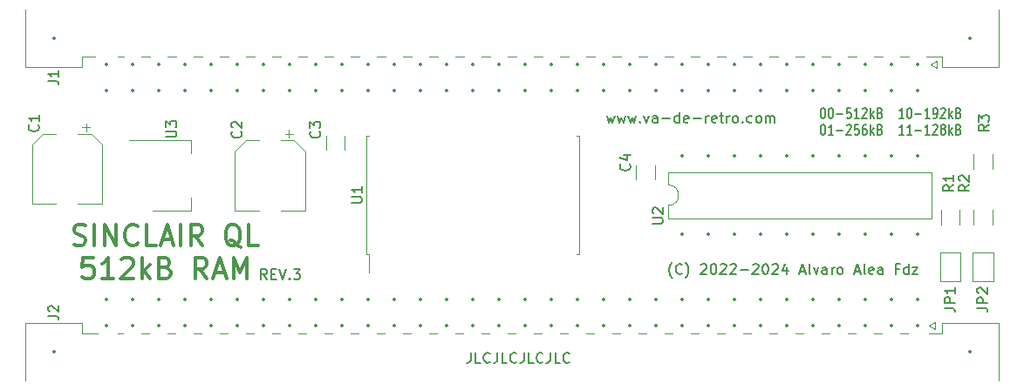
<source format=gto>
%TF.GenerationSoftware,KiCad,Pcbnew,8.0.6+1*%
%TF.CreationDate,2024-12-06T18:57:37+01:00*%
%TF.ProjectId,qlexternal512kram_MIX,716c6578-7465-4726-9e61-6c3531326b72,3*%
%TF.SameCoordinates,Original*%
%TF.FileFunction,Legend,Top*%
%TF.FilePolarity,Positive*%
%FSLAX46Y46*%
G04 Gerber Fmt 4.6, Leading zero omitted, Abs format (unit mm)*
G04 Created by KiCad (PCBNEW 8.0.6+1) date 2024-12-06 18:57:37*
%MOMM*%
%LPD*%
G01*
G04 APERTURE LIST*
%ADD10C,0.150000*%
%ADD11C,0.300000*%
%ADD12C,0.120000*%
%ADD13C,0.350000*%
G04 APERTURE END LIST*
D10*
X137715951Y-85814819D02*
X137715951Y-86529104D01*
X137715951Y-86529104D02*
X137668332Y-86671961D01*
X137668332Y-86671961D02*
X137573094Y-86767200D01*
X137573094Y-86767200D02*
X137430237Y-86814819D01*
X137430237Y-86814819D02*
X137334999Y-86814819D01*
X138668332Y-86814819D02*
X138192142Y-86814819D01*
X138192142Y-86814819D02*
X138192142Y-85814819D01*
X139573094Y-86719580D02*
X139525475Y-86767200D01*
X139525475Y-86767200D02*
X139382618Y-86814819D01*
X139382618Y-86814819D02*
X139287380Y-86814819D01*
X139287380Y-86814819D02*
X139144523Y-86767200D01*
X139144523Y-86767200D02*
X139049285Y-86671961D01*
X139049285Y-86671961D02*
X139001666Y-86576723D01*
X139001666Y-86576723D02*
X138954047Y-86386247D01*
X138954047Y-86386247D02*
X138954047Y-86243390D01*
X138954047Y-86243390D02*
X139001666Y-86052914D01*
X139001666Y-86052914D02*
X139049285Y-85957676D01*
X139049285Y-85957676D02*
X139144523Y-85862438D01*
X139144523Y-85862438D02*
X139287380Y-85814819D01*
X139287380Y-85814819D02*
X139382618Y-85814819D01*
X139382618Y-85814819D02*
X139525475Y-85862438D01*
X139525475Y-85862438D02*
X139573094Y-85910057D01*
X140287380Y-85814819D02*
X140287380Y-86529104D01*
X140287380Y-86529104D02*
X140239761Y-86671961D01*
X140239761Y-86671961D02*
X140144523Y-86767200D01*
X140144523Y-86767200D02*
X140001666Y-86814819D01*
X140001666Y-86814819D02*
X139906428Y-86814819D01*
X141239761Y-86814819D02*
X140763571Y-86814819D01*
X140763571Y-86814819D02*
X140763571Y-85814819D01*
X142144523Y-86719580D02*
X142096904Y-86767200D01*
X142096904Y-86767200D02*
X141954047Y-86814819D01*
X141954047Y-86814819D02*
X141858809Y-86814819D01*
X141858809Y-86814819D02*
X141715952Y-86767200D01*
X141715952Y-86767200D02*
X141620714Y-86671961D01*
X141620714Y-86671961D02*
X141573095Y-86576723D01*
X141573095Y-86576723D02*
X141525476Y-86386247D01*
X141525476Y-86386247D02*
X141525476Y-86243390D01*
X141525476Y-86243390D02*
X141573095Y-86052914D01*
X141573095Y-86052914D02*
X141620714Y-85957676D01*
X141620714Y-85957676D02*
X141715952Y-85862438D01*
X141715952Y-85862438D02*
X141858809Y-85814819D01*
X141858809Y-85814819D02*
X141954047Y-85814819D01*
X141954047Y-85814819D02*
X142096904Y-85862438D01*
X142096904Y-85862438D02*
X142144523Y-85910057D01*
X142858809Y-85814819D02*
X142858809Y-86529104D01*
X142858809Y-86529104D02*
X142811190Y-86671961D01*
X142811190Y-86671961D02*
X142715952Y-86767200D01*
X142715952Y-86767200D02*
X142573095Y-86814819D01*
X142573095Y-86814819D02*
X142477857Y-86814819D01*
X143811190Y-86814819D02*
X143335000Y-86814819D01*
X143335000Y-86814819D02*
X143335000Y-85814819D01*
X144715952Y-86719580D02*
X144668333Y-86767200D01*
X144668333Y-86767200D02*
X144525476Y-86814819D01*
X144525476Y-86814819D02*
X144430238Y-86814819D01*
X144430238Y-86814819D02*
X144287381Y-86767200D01*
X144287381Y-86767200D02*
X144192143Y-86671961D01*
X144192143Y-86671961D02*
X144144524Y-86576723D01*
X144144524Y-86576723D02*
X144096905Y-86386247D01*
X144096905Y-86386247D02*
X144096905Y-86243390D01*
X144096905Y-86243390D02*
X144144524Y-86052914D01*
X144144524Y-86052914D02*
X144192143Y-85957676D01*
X144192143Y-85957676D02*
X144287381Y-85862438D01*
X144287381Y-85862438D02*
X144430238Y-85814819D01*
X144430238Y-85814819D02*
X144525476Y-85814819D01*
X144525476Y-85814819D02*
X144668333Y-85862438D01*
X144668333Y-85862438D02*
X144715952Y-85910057D01*
X145430238Y-85814819D02*
X145430238Y-86529104D01*
X145430238Y-86529104D02*
X145382619Y-86671961D01*
X145382619Y-86671961D02*
X145287381Y-86767200D01*
X145287381Y-86767200D02*
X145144524Y-86814819D01*
X145144524Y-86814819D02*
X145049286Y-86814819D01*
X146382619Y-86814819D02*
X145906429Y-86814819D01*
X145906429Y-86814819D02*
X145906429Y-85814819D01*
X147287381Y-86719580D02*
X147239762Y-86767200D01*
X147239762Y-86767200D02*
X147096905Y-86814819D01*
X147096905Y-86814819D02*
X147001667Y-86814819D01*
X147001667Y-86814819D02*
X146858810Y-86767200D01*
X146858810Y-86767200D02*
X146763572Y-86671961D01*
X146763572Y-86671961D02*
X146715953Y-86576723D01*
X146715953Y-86576723D02*
X146668334Y-86386247D01*
X146668334Y-86386247D02*
X146668334Y-86243390D01*
X146668334Y-86243390D02*
X146715953Y-86052914D01*
X146715953Y-86052914D02*
X146763572Y-85957676D01*
X146763572Y-85957676D02*
X146858810Y-85862438D01*
X146858810Y-85862438D02*
X147001667Y-85814819D01*
X147001667Y-85814819D02*
X147096905Y-85814819D01*
X147096905Y-85814819D02*
X147239762Y-85862438D01*
X147239762Y-85862438D02*
X147287381Y-85910057D01*
X179746207Y-63022847D02*
X179289064Y-63022847D01*
X179517636Y-63022847D02*
X179517636Y-62022847D01*
X179517636Y-62022847D02*
X179441445Y-62165704D01*
X179441445Y-62165704D02*
X179365255Y-62260942D01*
X179365255Y-62260942D02*
X179289064Y-62308561D01*
X180241446Y-62022847D02*
X180317636Y-62022847D01*
X180317636Y-62022847D02*
X180393827Y-62070466D01*
X180393827Y-62070466D02*
X180431922Y-62118085D01*
X180431922Y-62118085D02*
X180470017Y-62213323D01*
X180470017Y-62213323D02*
X180508112Y-62403799D01*
X180508112Y-62403799D02*
X180508112Y-62641894D01*
X180508112Y-62641894D02*
X180470017Y-62832370D01*
X180470017Y-62832370D02*
X180431922Y-62927608D01*
X180431922Y-62927608D02*
X180393827Y-62975228D01*
X180393827Y-62975228D02*
X180317636Y-63022847D01*
X180317636Y-63022847D02*
X180241446Y-63022847D01*
X180241446Y-63022847D02*
X180165255Y-62975228D01*
X180165255Y-62975228D02*
X180127160Y-62927608D01*
X180127160Y-62927608D02*
X180089065Y-62832370D01*
X180089065Y-62832370D02*
X180050969Y-62641894D01*
X180050969Y-62641894D02*
X180050969Y-62403799D01*
X180050969Y-62403799D02*
X180089065Y-62213323D01*
X180089065Y-62213323D02*
X180127160Y-62118085D01*
X180127160Y-62118085D02*
X180165255Y-62070466D01*
X180165255Y-62070466D02*
X180241446Y-62022847D01*
X180850970Y-62641894D02*
X181460494Y-62641894D01*
X182260493Y-63022847D02*
X181803350Y-63022847D01*
X182031922Y-63022847D02*
X182031922Y-62022847D01*
X182031922Y-62022847D02*
X181955731Y-62165704D01*
X181955731Y-62165704D02*
X181879541Y-62260942D01*
X181879541Y-62260942D02*
X181803350Y-62308561D01*
X182641446Y-63022847D02*
X182793827Y-63022847D01*
X182793827Y-63022847D02*
X182870017Y-62975228D01*
X182870017Y-62975228D02*
X182908113Y-62927608D01*
X182908113Y-62927608D02*
X182984303Y-62784751D01*
X182984303Y-62784751D02*
X183022398Y-62594275D01*
X183022398Y-62594275D02*
X183022398Y-62213323D01*
X183022398Y-62213323D02*
X182984303Y-62118085D01*
X182984303Y-62118085D02*
X182946208Y-62070466D01*
X182946208Y-62070466D02*
X182870017Y-62022847D01*
X182870017Y-62022847D02*
X182717636Y-62022847D01*
X182717636Y-62022847D02*
X182641446Y-62070466D01*
X182641446Y-62070466D02*
X182603351Y-62118085D01*
X182603351Y-62118085D02*
X182565255Y-62213323D01*
X182565255Y-62213323D02*
X182565255Y-62451418D01*
X182565255Y-62451418D02*
X182603351Y-62546656D01*
X182603351Y-62546656D02*
X182641446Y-62594275D01*
X182641446Y-62594275D02*
X182717636Y-62641894D01*
X182717636Y-62641894D02*
X182870017Y-62641894D01*
X182870017Y-62641894D02*
X182946208Y-62594275D01*
X182946208Y-62594275D02*
X182984303Y-62546656D01*
X182984303Y-62546656D02*
X183022398Y-62451418D01*
X183327160Y-62118085D02*
X183365256Y-62070466D01*
X183365256Y-62070466D02*
X183441446Y-62022847D01*
X183441446Y-62022847D02*
X183631922Y-62022847D01*
X183631922Y-62022847D02*
X183708113Y-62070466D01*
X183708113Y-62070466D02*
X183746208Y-62118085D01*
X183746208Y-62118085D02*
X183784303Y-62213323D01*
X183784303Y-62213323D02*
X183784303Y-62308561D01*
X183784303Y-62308561D02*
X183746208Y-62451418D01*
X183746208Y-62451418D02*
X183289065Y-63022847D01*
X183289065Y-63022847D02*
X183784303Y-63022847D01*
X184127161Y-63022847D02*
X184127161Y-62022847D01*
X184203351Y-62641894D02*
X184431923Y-63022847D01*
X184431923Y-62356180D02*
X184127161Y-62737132D01*
X185041446Y-62499037D02*
X185155732Y-62546656D01*
X185155732Y-62546656D02*
X185193827Y-62594275D01*
X185193827Y-62594275D02*
X185231923Y-62689513D01*
X185231923Y-62689513D02*
X185231923Y-62832370D01*
X185231923Y-62832370D02*
X185193827Y-62927608D01*
X185193827Y-62927608D02*
X185155732Y-62975228D01*
X185155732Y-62975228D02*
X185079542Y-63022847D01*
X185079542Y-63022847D02*
X184774780Y-63022847D01*
X184774780Y-63022847D02*
X184774780Y-62022847D01*
X184774780Y-62022847D02*
X185041446Y-62022847D01*
X185041446Y-62022847D02*
X185117637Y-62070466D01*
X185117637Y-62070466D02*
X185155732Y-62118085D01*
X185155732Y-62118085D02*
X185193827Y-62213323D01*
X185193827Y-62213323D02*
X185193827Y-62308561D01*
X185193827Y-62308561D02*
X185155732Y-62403799D01*
X185155732Y-62403799D02*
X185117637Y-62451418D01*
X185117637Y-62451418D02*
X185041446Y-62499037D01*
X185041446Y-62499037D02*
X184774780Y-62499037D01*
X179746207Y-64632791D02*
X179289064Y-64632791D01*
X179517636Y-64632791D02*
X179517636Y-63632791D01*
X179517636Y-63632791D02*
X179441445Y-63775648D01*
X179441445Y-63775648D02*
X179365255Y-63870886D01*
X179365255Y-63870886D02*
X179289064Y-63918505D01*
X180508112Y-64632791D02*
X180050969Y-64632791D01*
X180279541Y-64632791D02*
X180279541Y-63632791D01*
X180279541Y-63632791D02*
X180203350Y-63775648D01*
X180203350Y-63775648D02*
X180127160Y-63870886D01*
X180127160Y-63870886D02*
X180050969Y-63918505D01*
X180850970Y-64251838D02*
X181460494Y-64251838D01*
X182260493Y-64632791D02*
X181803350Y-64632791D01*
X182031922Y-64632791D02*
X182031922Y-63632791D01*
X182031922Y-63632791D02*
X181955731Y-63775648D01*
X181955731Y-63775648D02*
X181879541Y-63870886D01*
X181879541Y-63870886D02*
X181803350Y-63918505D01*
X182565255Y-63728029D02*
X182603351Y-63680410D01*
X182603351Y-63680410D02*
X182679541Y-63632791D01*
X182679541Y-63632791D02*
X182870017Y-63632791D01*
X182870017Y-63632791D02*
X182946208Y-63680410D01*
X182946208Y-63680410D02*
X182984303Y-63728029D01*
X182984303Y-63728029D02*
X183022398Y-63823267D01*
X183022398Y-63823267D02*
X183022398Y-63918505D01*
X183022398Y-63918505D02*
X182984303Y-64061362D01*
X182984303Y-64061362D02*
X182527160Y-64632791D01*
X182527160Y-64632791D02*
X183022398Y-64632791D01*
X183479541Y-64061362D02*
X183403351Y-64013743D01*
X183403351Y-64013743D02*
X183365256Y-63966124D01*
X183365256Y-63966124D02*
X183327160Y-63870886D01*
X183327160Y-63870886D02*
X183327160Y-63823267D01*
X183327160Y-63823267D02*
X183365256Y-63728029D01*
X183365256Y-63728029D02*
X183403351Y-63680410D01*
X183403351Y-63680410D02*
X183479541Y-63632791D01*
X183479541Y-63632791D02*
X183631922Y-63632791D01*
X183631922Y-63632791D02*
X183708113Y-63680410D01*
X183708113Y-63680410D02*
X183746208Y-63728029D01*
X183746208Y-63728029D02*
X183784303Y-63823267D01*
X183784303Y-63823267D02*
X183784303Y-63870886D01*
X183784303Y-63870886D02*
X183746208Y-63966124D01*
X183746208Y-63966124D02*
X183708113Y-64013743D01*
X183708113Y-64013743D02*
X183631922Y-64061362D01*
X183631922Y-64061362D02*
X183479541Y-64061362D01*
X183479541Y-64061362D02*
X183403351Y-64108981D01*
X183403351Y-64108981D02*
X183365256Y-64156600D01*
X183365256Y-64156600D02*
X183327160Y-64251838D01*
X183327160Y-64251838D02*
X183327160Y-64442314D01*
X183327160Y-64442314D02*
X183365256Y-64537552D01*
X183365256Y-64537552D02*
X183403351Y-64585172D01*
X183403351Y-64585172D02*
X183479541Y-64632791D01*
X183479541Y-64632791D02*
X183631922Y-64632791D01*
X183631922Y-64632791D02*
X183708113Y-64585172D01*
X183708113Y-64585172D02*
X183746208Y-64537552D01*
X183746208Y-64537552D02*
X183784303Y-64442314D01*
X183784303Y-64442314D02*
X183784303Y-64251838D01*
X183784303Y-64251838D02*
X183746208Y-64156600D01*
X183746208Y-64156600D02*
X183708113Y-64108981D01*
X183708113Y-64108981D02*
X183631922Y-64061362D01*
X184127161Y-64632791D02*
X184127161Y-63632791D01*
X184203351Y-64251838D02*
X184431923Y-64632791D01*
X184431923Y-63966124D02*
X184127161Y-64347076D01*
X185041446Y-64108981D02*
X185155732Y-64156600D01*
X185155732Y-64156600D02*
X185193827Y-64204219D01*
X185193827Y-64204219D02*
X185231923Y-64299457D01*
X185231923Y-64299457D02*
X185231923Y-64442314D01*
X185231923Y-64442314D02*
X185193827Y-64537552D01*
X185193827Y-64537552D02*
X185155732Y-64585172D01*
X185155732Y-64585172D02*
X185079542Y-64632791D01*
X185079542Y-64632791D02*
X184774780Y-64632791D01*
X184774780Y-64632791D02*
X184774780Y-63632791D01*
X184774780Y-63632791D02*
X185041446Y-63632791D01*
X185041446Y-63632791D02*
X185117637Y-63680410D01*
X185117637Y-63680410D02*
X185155732Y-63728029D01*
X185155732Y-63728029D02*
X185193827Y-63823267D01*
X185193827Y-63823267D02*
X185193827Y-63918505D01*
X185193827Y-63918505D02*
X185155732Y-64013743D01*
X185155732Y-64013743D02*
X185117637Y-64061362D01*
X185117637Y-64061362D02*
X185041446Y-64108981D01*
X185041446Y-64108981D02*
X184774780Y-64108981D01*
X117935285Y-78686819D02*
X117601952Y-78210628D01*
X117363857Y-78686819D02*
X117363857Y-77686819D01*
X117363857Y-77686819D02*
X117744809Y-77686819D01*
X117744809Y-77686819D02*
X117840047Y-77734438D01*
X117840047Y-77734438D02*
X117887666Y-77782057D01*
X117887666Y-77782057D02*
X117935285Y-77877295D01*
X117935285Y-77877295D02*
X117935285Y-78020152D01*
X117935285Y-78020152D02*
X117887666Y-78115390D01*
X117887666Y-78115390D02*
X117840047Y-78163009D01*
X117840047Y-78163009D02*
X117744809Y-78210628D01*
X117744809Y-78210628D02*
X117363857Y-78210628D01*
X118363857Y-78163009D02*
X118697190Y-78163009D01*
X118840047Y-78686819D02*
X118363857Y-78686819D01*
X118363857Y-78686819D02*
X118363857Y-77686819D01*
X118363857Y-77686819D02*
X118840047Y-77686819D01*
X119125762Y-77686819D02*
X119459095Y-78686819D01*
X119459095Y-78686819D02*
X119792428Y-77686819D01*
X120125762Y-78591580D02*
X120173381Y-78639200D01*
X120173381Y-78639200D02*
X120125762Y-78686819D01*
X120125762Y-78686819D02*
X120078143Y-78639200D01*
X120078143Y-78639200D02*
X120125762Y-78591580D01*
X120125762Y-78591580D02*
X120125762Y-78686819D01*
X120506714Y-77686819D02*
X121125761Y-77686819D01*
X121125761Y-77686819D02*
X120792428Y-78067771D01*
X120792428Y-78067771D02*
X120935285Y-78067771D01*
X120935285Y-78067771D02*
X121030523Y-78115390D01*
X121030523Y-78115390D02*
X121078142Y-78163009D01*
X121078142Y-78163009D02*
X121125761Y-78258247D01*
X121125761Y-78258247D02*
X121125761Y-78496342D01*
X121125761Y-78496342D02*
X121078142Y-78591580D01*
X121078142Y-78591580D02*
X121030523Y-78639200D01*
X121030523Y-78639200D02*
X120935285Y-78686819D01*
X120935285Y-78686819D02*
X120649571Y-78686819D01*
X120649571Y-78686819D02*
X120554333Y-78639200D01*
X120554333Y-78639200D02*
X120506714Y-78591580D01*
D11*
X99187856Y-75277456D02*
X99473570Y-75372694D01*
X99473570Y-75372694D02*
X99949761Y-75372694D01*
X99949761Y-75372694D02*
X100140237Y-75277456D01*
X100140237Y-75277456D02*
X100235475Y-75182217D01*
X100235475Y-75182217D02*
X100330713Y-74991741D01*
X100330713Y-74991741D02*
X100330713Y-74801265D01*
X100330713Y-74801265D02*
X100235475Y-74610789D01*
X100235475Y-74610789D02*
X100140237Y-74515551D01*
X100140237Y-74515551D02*
X99949761Y-74420313D01*
X99949761Y-74420313D02*
X99568808Y-74325075D01*
X99568808Y-74325075D02*
X99378332Y-74229836D01*
X99378332Y-74229836D02*
X99283094Y-74134598D01*
X99283094Y-74134598D02*
X99187856Y-73944122D01*
X99187856Y-73944122D02*
X99187856Y-73753646D01*
X99187856Y-73753646D02*
X99283094Y-73563170D01*
X99283094Y-73563170D02*
X99378332Y-73467932D01*
X99378332Y-73467932D02*
X99568808Y-73372694D01*
X99568808Y-73372694D02*
X100044999Y-73372694D01*
X100044999Y-73372694D02*
X100330713Y-73467932D01*
X101187856Y-75372694D02*
X101187856Y-73372694D01*
X102140237Y-75372694D02*
X102140237Y-73372694D01*
X102140237Y-73372694D02*
X103283094Y-75372694D01*
X103283094Y-75372694D02*
X103283094Y-73372694D01*
X105378332Y-75182217D02*
X105283094Y-75277456D01*
X105283094Y-75277456D02*
X104997380Y-75372694D01*
X104997380Y-75372694D02*
X104806904Y-75372694D01*
X104806904Y-75372694D02*
X104521189Y-75277456D01*
X104521189Y-75277456D02*
X104330713Y-75086979D01*
X104330713Y-75086979D02*
X104235475Y-74896503D01*
X104235475Y-74896503D02*
X104140237Y-74515551D01*
X104140237Y-74515551D02*
X104140237Y-74229836D01*
X104140237Y-74229836D02*
X104235475Y-73848884D01*
X104235475Y-73848884D02*
X104330713Y-73658408D01*
X104330713Y-73658408D02*
X104521189Y-73467932D01*
X104521189Y-73467932D02*
X104806904Y-73372694D01*
X104806904Y-73372694D02*
X104997380Y-73372694D01*
X104997380Y-73372694D02*
X105283094Y-73467932D01*
X105283094Y-73467932D02*
X105378332Y-73563170D01*
X107187856Y-75372694D02*
X106235475Y-75372694D01*
X106235475Y-75372694D02*
X106235475Y-73372694D01*
X107759285Y-74801265D02*
X108711666Y-74801265D01*
X107568809Y-75372694D02*
X108235475Y-73372694D01*
X108235475Y-73372694D02*
X108902142Y-75372694D01*
X109568809Y-75372694D02*
X109568809Y-73372694D01*
X111664047Y-75372694D02*
X110997380Y-74420313D01*
X110521190Y-75372694D02*
X110521190Y-73372694D01*
X110521190Y-73372694D02*
X111283095Y-73372694D01*
X111283095Y-73372694D02*
X111473571Y-73467932D01*
X111473571Y-73467932D02*
X111568809Y-73563170D01*
X111568809Y-73563170D02*
X111664047Y-73753646D01*
X111664047Y-73753646D02*
X111664047Y-74039360D01*
X111664047Y-74039360D02*
X111568809Y-74229836D01*
X111568809Y-74229836D02*
X111473571Y-74325075D01*
X111473571Y-74325075D02*
X111283095Y-74420313D01*
X111283095Y-74420313D02*
X110521190Y-74420313D01*
X115378333Y-75563170D02*
X115187857Y-75467932D01*
X115187857Y-75467932D02*
X114997381Y-75277456D01*
X114997381Y-75277456D02*
X114711667Y-74991741D01*
X114711667Y-74991741D02*
X114521190Y-74896503D01*
X114521190Y-74896503D02*
X114330714Y-74896503D01*
X114425952Y-75372694D02*
X114235476Y-75277456D01*
X114235476Y-75277456D02*
X114045000Y-75086979D01*
X114045000Y-75086979D02*
X113949762Y-74706027D01*
X113949762Y-74706027D02*
X113949762Y-74039360D01*
X113949762Y-74039360D02*
X114045000Y-73658408D01*
X114045000Y-73658408D02*
X114235476Y-73467932D01*
X114235476Y-73467932D02*
X114425952Y-73372694D01*
X114425952Y-73372694D02*
X114806905Y-73372694D01*
X114806905Y-73372694D02*
X114997381Y-73467932D01*
X114997381Y-73467932D02*
X115187857Y-73658408D01*
X115187857Y-73658408D02*
X115283095Y-74039360D01*
X115283095Y-74039360D02*
X115283095Y-74706027D01*
X115283095Y-74706027D02*
X115187857Y-75086979D01*
X115187857Y-75086979D02*
X114997381Y-75277456D01*
X114997381Y-75277456D02*
X114806905Y-75372694D01*
X114806905Y-75372694D02*
X114425952Y-75372694D01*
X117092619Y-75372694D02*
X116140238Y-75372694D01*
X116140238Y-75372694D02*
X116140238Y-73372694D01*
X101044999Y-76592582D02*
X100092618Y-76592582D01*
X100092618Y-76592582D02*
X99997380Y-77544963D01*
X99997380Y-77544963D02*
X100092618Y-77449724D01*
X100092618Y-77449724D02*
X100283094Y-77354486D01*
X100283094Y-77354486D02*
X100759285Y-77354486D01*
X100759285Y-77354486D02*
X100949761Y-77449724D01*
X100949761Y-77449724D02*
X101044999Y-77544963D01*
X101044999Y-77544963D02*
X101140237Y-77735439D01*
X101140237Y-77735439D02*
X101140237Y-78211629D01*
X101140237Y-78211629D02*
X101044999Y-78402105D01*
X101044999Y-78402105D02*
X100949761Y-78497344D01*
X100949761Y-78497344D02*
X100759285Y-78592582D01*
X100759285Y-78592582D02*
X100283094Y-78592582D01*
X100283094Y-78592582D02*
X100092618Y-78497344D01*
X100092618Y-78497344D02*
X99997380Y-78402105D01*
X103044999Y-78592582D02*
X101902142Y-78592582D01*
X102473570Y-78592582D02*
X102473570Y-76592582D01*
X102473570Y-76592582D02*
X102283094Y-76878296D01*
X102283094Y-76878296D02*
X102092618Y-77068772D01*
X102092618Y-77068772D02*
X101902142Y-77164010D01*
X103806904Y-76783058D02*
X103902142Y-76687820D01*
X103902142Y-76687820D02*
X104092618Y-76592582D01*
X104092618Y-76592582D02*
X104568809Y-76592582D01*
X104568809Y-76592582D02*
X104759285Y-76687820D01*
X104759285Y-76687820D02*
X104854523Y-76783058D01*
X104854523Y-76783058D02*
X104949761Y-76973534D01*
X104949761Y-76973534D02*
X104949761Y-77164010D01*
X104949761Y-77164010D02*
X104854523Y-77449724D01*
X104854523Y-77449724D02*
X103711666Y-78592582D01*
X103711666Y-78592582D02*
X104949761Y-78592582D01*
X105806904Y-78592582D02*
X105806904Y-76592582D01*
X105997380Y-77830677D02*
X106568809Y-78592582D01*
X106568809Y-77259248D02*
X105806904Y-78021153D01*
X108092619Y-77544963D02*
X108378333Y-77640201D01*
X108378333Y-77640201D02*
X108473571Y-77735439D01*
X108473571Y-77735439D02*
X108568809Y-77925915D01*
X108568809Y-77925915D02*
X108568809Y-78211629D01*
X108568809Y-78211629D02*
X108473571Y-78402105D01*
X108473571Y-78402105D02*
X108378333Y-78497344D01*
X108378333Y-78497344D02*
X108187857Y-78592582D01*
X108187857Y-78592582D02*
X107425952Y-78592582D01*
X107425952Y-78592582D02*
X107425952Y-76592582D01*
X107425952Y-76592582D02*
X108092619Y-76592582D01*
X108092619Y-76592582D02*
X108283095Y-76687820D01*
X108283095Y-76687820D02*
X108378333Y-76783058D01*
X108378333Y-76783058D02*
X108473571Y-76973534D01*
X108473571Y-76973534D02*
X108473571Y-77164010D01*
X108473571Y-77164010D02*
X108378333Y-77354486D01*
X108378333Y-77354486D02*
X108283095Y-77449724D01*
X108283095Y-77449724D02*
X108092619Y-77544963D01*
X108092619Y-77544963D02*
X107425952Y-77544963D01*
X112092619Y-78592582D02*
X111425952Y-77640201D01*
X110949762Y-78592582D02*
X110949762Y-76592582D01*
X110949762Y-76592582D02*
X111711667Y-76592582D01*
X111711667Y-76592582D02*
X111902143Y-76687820D01*
X111902143Y-76687820D02*
X111997381Y-76783058D01*
X111997381Y-76783058D02*
X112092619Y-76973534D01*
X112092619Y-76973534D02*
X112092619Y-77259248D01*
X112092619Y-77259248D02*
X111997381Y-77449724D01*
X111997381Y-77449724D02*
X111902143Y-77544963D01*
X111902143Y-77544963D02*
X111711667Y-77640201D01*
X111711667Y-77640201D02*
X110949762Y-77640201D01*
X112854524Y-78021153D02*
X113806905Y-78021153D01*
X112664048Y-78592582D02*
X113330714Y-76592582D01*
X113330714Y-76592582D02*
X113997381Y-78592582D01*
X114664048Y-78592582D02*
X114664048Y-76592582D01*
X114664048Y-76592582D02*
X115330715Y-78021153D01*
X115330715Y-78021153D02*
X115997381Y-76592582D01*
X115997381Y-76592582D02*
X115997381Y-78592582D01*
D10*
X150908524Y-62780152D02*
X151099000Y-63446819D01*
X151099000Y-63446819D02*
X151289476Y-62970628D01*
X151289476Y-62970628D02*
X151479952Y-63446819D01*
X151479952Y-63446819D02*
X151670428Y-62780152D01*
X151956143Y-62780152D02*
X152146619Y-63446819D01*
X152146619Y-63446819D02*
X152337095Y-62970628D01*
X152337095Y-62970628D02*
X152527571Y-63446819D01*
X152527571Y-63446819D02*
X152718047Y-62780152D01*
X153003762Y-62780152D02*
X153194238Y-63446819D01*
X153194238Y-63446819D02*
X153384714Y-62970628D01*
X153384714Y-62970628D02*
X153575190Y-63446819D01*
X153575190Y-63446819D02*
X153765666Y-62780152D01*
X154146619Y-63351580D02*
X154194238Y-63399200D01*
X154194238Y-63399200D02*
X154146619Y-63446819D01*
X154146619Y-63446819D02*
X154099000Y-63399200D01*
X154099000Y-63399200D02*
X154146619Y-63351580D01*
X154146619Y-63351580D02*
X154146619Y-63446819D01*
X154527571Y-62780152D02*
X154765666Y-63446819D01*
X154765666Y-63446819D02*
X155003761Y-62780152D01*
X155813285Y-63446819D02*
X155813285Y-62923009D01*
X155813285Y-62923009D02*
X155765666Y-62827771D01*
X155765666Y-62827771D02*
X155670428Y-62780152D01*
X155670428Y-62780152D02*
X155479952Y-62780152D01*
X155479952Y-62780152D02*
X155384714Y-62827771D01*
X155813285Y-63399200D02*
X155718047Y-63446819D01*
X155718047Y-63446819D02*
X155479952Y-63446819D01*
X155479952Y-63446819D02*
X155384714Y-63399200D01*
X155384714Y-63399200D02*
X155337095Y-63303961D01*
X155337095Y-63303961D02*
X155337095Y-63208723D01*
X155337095Y-63208723D02*
X155384714Y-63113485D01*
X155384714Y-63113485D02*
X155479952Y-63065866D01*
X155479952Y-63065866D02*
X155718047Y-63065866D01*
X155718047Y-63065866D02*
X155813285Y-63018247D01*
X156289476Y-63065866D02*
X157051381Y-63065866D01*
X157956142Y-63446819D02*
X157956142Y-62446819D01*
X157956142Y-63399200D02*
X157860904Y-63446819D01*
X157860904Y-63446819D02*
X157670428Y-63446819D01*
X157670428Y-63446819D02*
X157575190Y-63399200D01*
X157575190Y-63399200D02*
X157527571Y-63351580D01*
X157527571Y-63351580D02*
X157479952Y-63256342D01*
X157479952Y-63256342D02*
X157479952Y-62970628D01*
X157479952Y-62970628D02*
X157527571Y-62875390D01*
X157527571Y-62875390D02*
X157575190Y-62827771D01*
X157575190Y-62827771D02*
X157670428Y-62780152D01*
X157670428Y-62780152D02*
X157860904Y-62780152D01*
X157860904Y-62780152D02*
X157956142Y-62827771D01*
X158813285Y-63399200D02*
X158718047Y-63446819D01*
X158718047Y-63446819D02*
X158527571Y-63446819D01*
X158527571Y-63446819D02*
X158432333Y-63399200D01*
X158432333Y-63399200D02*
X158384714Y-63303961D01*
X158384714Y-63303961D02*
X158384714Y-62923009D01*
X158384714Y-62923009D02*
X158432333Y-62827771D01*
X158432333Y-62827771D02*
X158527571Y-62780152D01*
X158527571Y-62780152D02*
X158718047Y-62780152D01*
X158718047Y-62780152D02*
X158813285Y-62827771D01*
X158813285Y-62827771D02*
X158860904Y-62923009D01*
X158860904Y-62923009D02*
X158860904Y-63018247D01*
X158860904Y-63018247D02*
X158384714Y-63113485D01*
X159289476Y-63065866D02*
X160051381Y-63065866D01*
X160527571Y-63446819D02*
X160527571Y-62780152D01*
X160527571Y-62970628D02*
X160575190Y-62875390D01*
X160575190Y-62875390D02*
X160622809Y-62827771D01*
X160622809Y-62827771D02*
X160718047Y-62780152D01*
X160718047Y-62780152D02*
X160813285Y-62780152D01*
X161527571Y-63399200D02*
X161432333Y-63446819D01*
X161432333Y-63446819D02*
X161241857Y-63446819D01*
X161241857Y-63446819D02*
X161146619Y-63399200D01*
X161146619Y-63399200D02*
X161099000Y-63303961D01*
X161099000Y-63303961D02*
X161099000Y-62923009D01*
X161099000Y-62923009D02*
X161146619Y-62827771D01*
X161146619Y-62827771D02*
X161241857Y-62780152D01*
X161241857Y-62780152D02*
X161432333Y-62780152D01*
X161432333Y-62780152D02*
X161527571Y-62827771D01*
X161527571Y-62827771D02*
X161575190Y-62923009D01*
X161575190Y-62923009D02*
X161575190Y-63018247D01*
X161575190Y-63018247D02*
X161099000Y-63113485D01*
X161860905Y-62780152D02*
X162241857Y-62780152D01*
X162003762Y-62446819D02*
X162003762Y-63303961D01*
X162003762Y-63303961D02*
X162051381Y-63399200D01*
X162051381Y-63399200D02*
X162146619Y-63446819D01*
X162146619Y-63446819D02*
X162241857Y-63446819D01*
X162575191Y-63446819D02*
X162575191Y-62780152D01*
X162575191Y-62970628D02*
X162622810Y-62875390D01*
X162622810Y-62875390D02*
X162670429Y-62827771D01*
X162670429Y-62827771D02*
X162765667Y-62780152D01*
X162765667Y-62780152D02*
X162860905Y-62780152D01*
X163337096Y-63446819D02*
X163241858Y-63399200D01*
X163241858Y-63399200D02*
X163194239Y-63351580D01*
X163194239Y-63351580D02*
X163146620Y-63256342D01*
X163146620Y-63256342D02*
X163146620Y-62970628D01*
X163146620Y-62970628D02*
X163194239Y-62875390D01*
X163194239Y-62875390D02*
X163241858Y-62827771D01*
X163241858Y-62827771D02*
X163337096Y-62780152D01*
X163337096Y-62780152D02*
X163479953Y-62780152D01*
X163479953Y-62780152D02*
X163575191Y-62827771D01*
X163575191Y-62827771D02*
X163622810Y-62875390D01*
X163622810Y-62875390D02*
X163670429Y-62970628D01*
X163670429Y-62970628D02*
X163670429Y-63256342D01*
X163670429Y-63256342D02*
X163622810Y-63351580D01*
X163622810Y-63351580D02*
X163575191Y-63399200D01*
X163575191Y-63399200D02*
X163479953Y-63446819D01*
X163479953Y-63446819D02*
X163337096Y-63446819D01*
X164099001Y-63351580D02*
X164146620Y-63399200D01*
X164146620Y-63399200D02*
X164099001Y-63446819D01*
X164099001Y-63446819D02*
X164051382Y-63399200D01*
X164051382Y-63399200D02*
X164099001Y-63351580D01*
X164099001Y-63351580D02*
X164099001Y-63446819D01*
X165003762Y-63399200D02*
X164908524Y-63446819D01*
X164908524Y-63446819D02*
X164718048Y-63446819D01*
X164718048Y-63446819D02*
X164622810Y-63399200D01*
X164622810Y-63399200D02*
X164575191Y-63351580D01*
X164575191Y-63351580D02*
X164527572Y-63256342D01*
X164527572Y-63256342D02*
X164527572Y-62970628D01*
X164527572Y-62970628D02*
X164575191Y-62875390D01*
X164575191Y-62875390D02*
X164622810Y-62827771D01*
X164622810Y-62827771D02*
X164718048Y-62780152D01*
X164718048Y-62780152D02*
X164908524Y-62780152D01*
X164908524Y-62780152D02*
X165003762Y-62827771D01*
X165575191Y-63446819D02*
X165479953Y-63399200D01*
X165479953Y-63399200D02*
X165432334Y-63351580D01*
X165432334Y-63351580D02*
X165384715Y-63256342D01*
X165384715Y-63256342D02*
X165384715Y-62970628D01*
X165384715Y-62970628D02*
X165432334Y-62875390D01*
X165432334Y-62875390D02*
X165479953Y-62827771D01*
X165479953Y-62827771D02*
X165575191Y-62780152D01*
X165575191Y-62780152D02*
X165718048Y-62780152D01*
X165718048Y-62780152D02*
X165813286Y-62827771D01*
X165813286Y-62827771D02*
X165860905Y-62875390D01*
X165860905Y-62875390D02*
X165908524Y-62970628D01*
X165908524Y-62970628D02*
X165908524Y-63256342D01*
X165908524Y-63256342D02*
X165860905Y-63351580D01*
X165860905Y-63351580D02*
X165813286Y-63399200D01*
X165813286Y-63399200D02*
X165718048Y-63446819D01*
X165718048Y-63446819D02*
X165575191Y-63446819D01*
X166337096Y-63446819D02*
X166337096Y-62780152D01*
X166337096Y-62875390D02*
X166384715Y-62827771D01*
X166384715Y-62827771D02*
X166479953Y-62780152D01*
X166479953Y-62780152D02*
X166622810Y-62780152D01*
X166622810Y-62780152D02*
X166718048Y-62827771D01*
X166718048Y-62827771D02*
X166765667Y-62923009D01*
X166765667Y-62923009D02*
X166765667Y-63446819D01*
X166765667Y-62923009D02*
X166813286Y-62827771D01*
X166813286Y-62827771D02*
X166908524Y-62780152D01*
X166908524Y-62780152D02*
X167051381Y-62780152D01*
X167051381Y-62780152D02*
X167146620Y-62827771D01*
X167146620Y-62827771D02*
X167194239Y-62923009D01*
X167194239Y-62923009D02*
X167194239Y-63446819D01*
X157266902Y-78559771D02*
X157219283Y-78512152D01*
X157219283Y-78512152D02*
X157124045Y-78369295D01*
X157124045Y-78369295D02*
X157076426Y-78274057D01*
X157076426Y-78274057D02*
X157028807Y-78131200D01*
X157028807Y-78131200D02*
X156981188Y-77893104D01*
X156981188Y-77893104D02*
X156981188Y-77702628D01*
X156981188Y-77702628D02*
X157028807Y-77464533D01*
X157028807Y-77464533D02*
X157076426Y-77321676D01*
X157076426Y-77321676D02*
X157124045Y-77226438D01*
X157124045Y-77226438D02*
X157219283Y-77083580D01*
X157219283Y-77083580D02*
X157266902Y-77035961D01*
X158219283Y-78083580D02*
X158171664Y-78131200D01*
X158171664Y-78131200D02*
X158028807Y-78178819D01*
X158028807Y-78178819D02*
X157933569Y-78178819D01*
X157933569Y-78178819D02*
X157790712Y-78131200D01*
X157790712Y-78131200D02*
X157695474Y-78035961D01*
X157695474Y-78035961D02*
X157647855Y-77940723D01*
X157647855Y-77940723D02*
X157600236Y-77750247D01*
X157600236Y-77750247D02*
X157600236Y-77607390D01*
X157600236Y-77607390D02*
X157647855Y-77416914D01*
X157647855Y-77416914D02*
X157695474Y-77321676D01*
X157695474Y-77321676D02*
X157790712Y-77226438D01*
X157790712Y-77226438D02*
X157933569Y-77178819D01*
X157933569Y-77178819D02*
X158028807Y-77178819D01*
X158028807Y-77178819D02*
X158171664Y-77226438D01*
X158171664Y-77226438D02*
X158219283Y-77274057D01*
X158552617Y-78559771D02*
X158600236Y-78512152D01*
X158600236Y-78512152D02*
X158695474Y-78369295D01*
X158695474Y-78369295D02*
X158743093Y-78274057D01*
X158743093Y-78274057D02*
X158790712Y-78131200D01*
X158790712Y-78131200D02*
X158838331Y-77893104D01*
X158838331Y-77893104D02*
X158838331Y-77702628D01*
X158838331Y-77702628D02*
X158790712Y-77464533D01*
X158790712Y-77464533D02*
X158743093Y-77321676D01*
X158743093Y-77321676D02*
X158695474Y-77226438D01*
X158695474Y-77226438D02*
X158600236Y-77083580D01*
X158600236Y-77083580D02*
X158552617Y-77035961D01*
X160028808Y-77274057D02*
X160076427Y-77226438D01*
X160076427Y-77226438D02*
X160171665Y-77178819D01*
X160171665Y-77178819D02*
X160409760Y-77178819D01*
X160409760Y-77178819D02*
X160504998Y-77226438D01*
X160504998Y-77226438D02*
X160552617Y-77274057D01*
X160552617Y-77274057D02*
X160600236Y-77369295D01*
X160600236Y-77369295D02*
X160600236Y-77464533D01*
X160600236Y-77464533D02*
X160552617Y-77607390D01*
X160552617Y-77607390D02*
X159981189Y-78178819D01*
X159981189Y-78178819D02*
X160600236Y-78178819D01*
X161219284Y-77178819D02*
X161314522Y-77178819D01*
X161314522Y-77178819D02*
X161409760Y-77226438D01*
X161409760Y-77226438D02*
X161457379Y-77274057D01*
X161457379Y-77274057D02*
X161504998Y-77369295D01*
X161504998Y-77369295D02*
X161552617Y-77559771D01*
X161552617Y-77559771D02*
X161552617Y-77797866D01*
X161552617Y-77797866D02*
X161504998Y-77988342D01*
X161504998Y-77988342D02*
X161457379Y-78083580D01*
X161457379Y-78083580D02*
X161409760Y-78131200D01*
X161409760Y-78131200D02*
X161314522Y-78178819D01*
X161314522Y-78178819D02*
X161219284Y-78178819D01*
X161219284Y-78178819D02*
X161124046Y-78131200D01*
X161124046Y-78131200D02*
X161076427Y-78083580D01*
X161076427Y-78083580D02*
X161028808Y-77988342D01*
X161028808Y-77988342D02*
X160981189Y-77797866D01*
X160981189Y-77797866D02*
X160981189Y-77559771D01*
X160981189Y-77559771D02*
X161028808Y-77369295D01*
X161028808Y-77369295D02*
X161076427Y-77274057D01*
X161076427Y-77274057D02*
X161124046Y-77226438D01*
X161124046Y-77226438D02*
X161219284Y-77178819D01*
X161933570Y-77274057D02*
X161981189Y-77226438D01*
X161981189Y-77226438D02*
X162076427Y-77178819D01*
X162076427Y-77178819D02*
X162314522Y-77178819D01*
X162314522Y-77178819D02*
X162409760Y-77226438D01*
X162409760Y-77226438D02*
X162457379Y-77274057D01*
X162457379Y-77274057D02*
X162504998Y-77369295D01*
X162504998Y-77369295D02*
X162504998Y-77464533D01*
X162504998Y-77464533D02*
X162457379Y-77607390D01*
X162457379Y-77607390D02*
X161885951Y-78178819D01*
X161885951Y-78178819D02*
X162504998Y-78178819D01*
X162885951Y-77274057D02*
X162933570Y-77226438D01*
X162933570Y-77226438D02*
X163028808Y-77178819D01*
X163028808Y-77178819D02*
X163266903Y-77178819D01*
X163266903Y-77178819D02*
X163362141Y-77226438D01*
X163362141Y-77226438D02*
X163409760Y-77274057D01*
X163409760Y-77274057D02*
X163457379Y-77369295D01*
X163457379Y-77369295D02*
X163457379Y-77464533D01*
X163457379Y-77464533D02*
X163409760Y-77607390D01*
X163409760Y-77607390D02*
X162838332Y-78178819D01*
X162838332Y-78178819D02*
X163457379Y-78178819D01*
X163885951Y-77797866D02*
X164647856Y-77797866D01*
X165076427Y-77274057D02*
X165124046Y-77226438D01*
X165124046Y-77226438D02*
X165219284Y-77178819D01*
X165219284Y-77178819D02*
X165457379Y-77178819D01*
X165457379Y-77178819D02*
X165552617Y-77226438D01*
X165552617Y-77226438D02*
X165600236Y-77274057D01*
X165600236Y-77274057D02*
X165647855Y-77369295D01*
X165647855Y-77369295D02*
X165647855Y-77464533D01*
X165647855Y-77464533D02*
X165600236Y-77607390D01*
X165600236Y-77607390D02*
X165028808Y-78178819D01*
X165028808Y-78178819D02*
X165647855Y-78178819D01*
X166266903Y-77178819D02*
X166362141Y-77178819D01*
X166362141Y-77178819D02*
X166457379Y-77226438D01*
X166457379Y-77226438D02*
X166504998Y-77274057D01*
X166504998Y-77274057D02*
X166552617Y-77369295D01*
X166552617Y-77369295D02*
X166600236Y-77559771D01*
X166600236Y-77559771D02*
X166600236Y-77797866D01*
X166600236Y-77797866D02*
X166552617Y-77988342D01*
X166552617Y-77988342D02*
X166504998Y-78083580D01*
X166504998Y-78083580D02*
X166457379Y-78131200D01*
X166457379Y-78131200D02*
X166362141Y-78178819D01*
X166362141Y-78178819D02*
X166266903Y-78178819D01*
X166266903Y-78178819D02*
X166171665Y-78131200D01*
X166171665Y-78131200D02*
X166124046Y-78083580D01*
X166124046Y-78083580D02*
X166076427Y-77988342D01*
X166076427Y-77988342D02*
X166028808Y-77797866D01*
X166028808Y-77797866D02*
X166028808Y-77559771D01*
X166028808Y-77559771D02*
X166076427Y-77369295D01*
X166076427Y-77369295D02*
X166124046Y-77274057D01*
X166124046Y-77274057D02*
X166171665Y-77226438D01*
X166171665Y-77226438D02*
X166266903Y-77178819D01*
X166981189Y-77274057D02*
X167028808Y-77226438D01*
X167028808Y-77226438D02*
X167124046Y-77178819D01*
X167124046Y-77178819D02*
X167362141Y-77178819D01*
X167362141Y-77178819D02*
X167457379Y-77226438D01*
X167457379Y-77226438D02*
X167504998Y-77274057D01*
X167504998Y-77274057D02*
X167552617Y-77369295D01*
X167552617Y-77369295D02*
X167552617Y-77464533D01*
X167552617Y-77464533D02*
X167504998Y-77607390D01*
X167504998Y-77607390D02*
X166933570Y-78178819D01*
X166933570Y-78178819D02*
X167552617Y-78178819D01*
X168409760Y-77512152D02*
X168409760Y-78178819D01*
X168171665Y-77131200D02*
X167933570Y-77845485D01*
X167933570Y-77845485D02*
X168552617Y-77845485D01*
X169647856Y-77893104D02*
X170124046Y-77893104D01*
X169552618Y-78178819D02*
X169885951Y-77178819D01*
X169885951Y-77178819D02*
X170219284Y-78178819D01*
X170695475Y-78178819D02*
X170600237Y-78131200D01*
X170600237Y-78131200D02*
X170552618Y-78035961D01*
X170552618Y-78035961D02*
X170552618Y-77178819D01*
X170981190Y-77512152D02*
X171219285Y-78178819D01*
X171219285Y-78178819D02*
X171457380Y-77512152D01*
X172266904Y-78178819D02*
X172266904Y-77655009D01*
X172266904Y-77655009D02*
X172219285Y-77559771D01*
X172219285Y-77559771D02*
X172124047Y-77512152D01*
X172124047Y-77512152D02*
X171933571Y-77512152D01*
X171933571Y-77512152D02*
X171838333Y-77559771D01*
X172266904Y-78131200D02*
X172171666Y-78178819D01*
X172171666Y-78178819D02*
X171933571Y-78178819D01*
X171933571Y-78178819D02*
X171838333Y-78131200D01*
X171838333Y-78131200D02*
X171790714Y-78035961D01*
X171790714Y-78035961D02*
X171790714Y-77940723D01*
X171790714Y-77940723D02*
X171838333Y-77845485D01*
X171838333Y-77845485D02*
X171933571Y-77797866D01*
X171933571Y-77797866D02*
X172171666Y-77797866D01*
X172171666Y-77797866D02*
X172266904Y-77750247D01*
X172743095Y-78178819D02*
X172743095Y-77512152D01*
X172743095Y-77702628D02*
X172790714Y-77607390D01*
X172790714Y-77607390D02*
X172838333Y-77559771D01*
X172838333Y-77559771D02*
X172933571Y-77512152D01*
X172933571Y-77512152D02*
X173028809Y-77512152D01*
X173505000Y-78178819D02*
X173409762Y-78131200D01*
X173409762Y-78131200D02*
X173362143Y-78083580D01*
X173362143Y-78083580D02*
X173314524Y-77988342D01*
X173314524Y-77988342D02*
X173314524Y-77702628D01*
X173314524Y-77702628D02*
X173362143Y-77607390D01*
X173362143Y-77607390D02*
X173409762Y-77559771D01*
X173409762Y-77559771D02*
X173505000Y-77512152D01*
X173505000Y-77512152D02*
X173647857Y-77512152D01*
X173647857Y-77512152D02*
X173743095Y-77559771D01*
X173743095Y-77559771D02*
X173790714Y-77607390D01*
X173790714Y-77607390D02*
X173838333Y-77702628D01*
X173838333Y-77702628D02*
X173838333Y-77988342D01*
X173838333Y-77988342D02*
X173790714Y-78083580D01*
X173790714Y-78083580D02*
X173743095Y-78131200D01*
X173743095Y-78131200D02*
X173647857Y-78178819D01*
X173647857Y-78178819D02*
X173505000Y-78178819D01*
X174981191Y-77893104D02*
X175457381Y-77893104D01*
X174885953Y-78178819D02*
X175219286Y-77178819D01*
X175219286Y-77178819D02*
X175552619Y-78178819D01*
X176028810Y-78178819D02*
X175933572Y-78131200D01*
X175933572Y-78131200D02*
X175885953Y-78035961D01*
X175885953Y-78035961D02*
X175885953Y-77178819D01*
X176790715Y-78131200D02*
X176695477Y-78178819D01*
X176695477Y-78178819D02*
X176505001Y-78178819D01*
X176505001Y-78178819D02*
X176409763Y-78131200D01*
X176409763Y-78131200D02*
X176362144Y-78035961D01*
X176362144Y-78035961D02*
X176362144Y-77655009D01*
X176362144Y-77655009D02*
X176409763Y-77559771D01*
X176409763Y-77559771D02*
X176505001Y-77512152D01*
X176505001Y-77512152D02*
X176695477Y-77512152D01*
X176695477Y-77512152D02*
X176790715Y-77559771D01*
X176790715Y-77559771D02*
X176838334Y-77655009D01*
X176838334Y-77655009D02*
X176838334Y-77750247D01*
X176838334Y-77750247D02*
X176362144Y-77845485D01*
X177695477Y-78178819D02*
X177695477Y-77655009D01*
X177695477Y-77655009D02*
X177647858Y-77559771D01*
X177647858Y-77559771D02*
X177552620Y-77512152D01*
X177552620Y-77512152D02*
X177362144Y-77512152D01*
X177362144Y-77512152D02*
X177266906Y-77559771D01*
X177695477Y-78131200D02*
X177600239Y-78178819D01*
X177600239Y-78178819D02*
X177362144Y-78178819D01*
X177362144Y-78178819D02*
X177266906Y-78131200D01*
X177266906Y-78131200D02*
X177219287Y-78035961D01*
X177219287Y-78035961D02*
X177219287Y-77940723D01*
X177219287Y-77940723D02*
X177266906Y-77845485D01*
X177266906Y-77845485D02*
X177362144Y-77797866D01*
X177362144Y-77797866D02*
X177600239Y-77797866D01*
X177600239Y-77797866D02*
X177695477Y-77750247D01*
X179266906Y-77655009D02*
X178933573Y-77655009D01*
X178933573Y-78178819D02*
X178933573Y-77178819D01*
X178933573Y-77178819D02*
X179409763Y-77178819D01*
X180219287Y-78178819D02*
X180219287Y-77178819D01*
X180219287Y-78131200D02*
X180124049Y-78178819D01*
X180124049Y-78178819D02*
X179933573Y-78178819D01*
X179933573Y-78178819D02*
X179838335Y-78131200D01*
X179838335Y-78131200D02*
X179790716Y-78083580D01*
X179790716Y-78083580D02*
X179743097Y-77988342D01*
X179743097Y-77988342D02*
X179743097Y-77702628D01*
X179743097Y-77702628D02*
X179790716Y-77607390D01*
X179790716Y-77607390D02*
X179838335Y-77559771D01*
X179838335Y-77559771D02*
X179933573Y-77512152D01*
X179933573Y-77512152D02*
X180124049Y-77512152D01*
X180124049Y-77512152D02*
X180219287Y-77559771D01*
X180600240Y-77512152D02*
X181124049Y-77512152D01*
X181124049Y-77512152D02*
X180600240Y-78178819D01*
X180600240Y-78178819D02*
X181124049Y-78178819D01*
X171859541Y-62022847D02*
X171935731Y-62022847D01*
X171935731Y-62022847D02*
X172011922Y-62070466D01*
X172011922Y-62070466D02*
X172050017Y-62118085D01*
X172050017Y-62118085D02*
X172088112Y-62213323D01*
X172088112Y-62213323D02*
X172126207Y-62403799D01*
X172126207Y-62403799D02*
X172126207Y-62641894D01*
X172126207Y-62641894D02*
X172088112Y-62832370D01*
X172088112Y-62832370D02*
X172050017Y-62927608D01*
X172050017Y-62927608D02*
X172011922Y-62975228D01*
X172011922Y-62975228D02*
X171935731Y-63022847D01*
X171935731Y-63022847D02*
X171859541Y-63022847D01*
X171859541Y-63022847D02*
X171783350Y-62975228D01*
X171783350Y-62975228D02*
X171745255Y-62927608D01*
X171745255Y-62927608D02*
X171707160Y-62832370D01*
X171707160Y-62832370D02*
X171669064Y-62641894D01*
X171669064Y-62641894D02*
X171669064Y-62403799D01*
X171669064Y-62403799D02*
X171707160Y-62213323D01*
X171707160Y-62213323D02*
X171745255Y-62118085D01*
X171745255Y-62118085D02*
X171783350Y-62070466D01*
X171783350Y-62070466D02*
X171859541Y-62022847D01*
X172621446Y-62022847D02*
X172697636Y-62022847D01*
X172697636Y-62022847D02*
X172773827Y-62070466D01*
X172773827Y-62070466D02*
X172811922Y-62118085D01*
X172811922Y-62118085D02*
X172850017Y-62213323D01*
X172850017Y-62213323D02*
X172888112Y-62403799D01*
X172888112Y-62403799D02*
X172888112Y-62641894D01*
X172888112Y-62641894D02*
X172850017Y-62832370D01*
X172850017Y-62832370D02*
X172811922Y-62927608D01*
X172811922Y-62927608D02*
X172773827Y-62975228D01*
X172773827Y-62975228D02*
X172697636Y-63022847D01*
X172697636Y-63022847D02*
X172621446Y-63022847D01*
X172621446Y-63022847D02*
X172545255Y-62975228D01*
X172545255Y-62975228D02*
X172507160Y-62927608D01*
X172507160Y-62927608D02*
X172469065Y-62832370D01*
X172469065Y-62832370D02*
X172430969Y-62641894D01*
X172430969Y-62641894D02*
X172430969Y-62403799D01*
X172430969Y-62403799D02*
X172469065Y-62213323D01*
X172469065Y-62213323D02*
X172507160Y-62118085D01*
X172507160Y-62118085D02*
X172545255Y-62070466D01*
X172545255Y-62070466D02*
X172621446Y-62022847D01*
X173230970Y-62641894D02*
X173840494Y-62641894D01*
X174602398Y-62022847D02*
X174221446Y-62022847D01*
X174221446Y-62022847D02*
X174183350Y-62499037D01*
X174183350Y-62499037D02*
X174221446Y-62451418D01*
X174221446Y-62451418D02*
X174297636Y-62403799D01*
X174297636Y-62403799D02*
X174488112Y-62403799D01*
X174488112Y-62403799D02*
X174564303Y-62451418D01*
X174564303Y-62451418D02*
X174602398Y-62499037D01*
X174602398Y-62499037D02*
X174640493Y-62594275D01*
X174640493Y-62594275D02*
X174640493Y-62832370D01*
X174640493Y-62832370D02*
X174602398Y-62927608D01*
X174602398Y-62927608D02*
X174564303Y-62975228D01*
X174564303Y-62975228D02*
X174488112Y-63022847D01*
X174488112Y-63022847D02*
X174297636Y-63022847D01*
X174297636Y-63022847D02*
X174221446Y-62975228D01*
X174221446Y-62975228D02*
X174183350Y-62927608D01*
X175402398Y-63022847D02*
X174945255Y-63022847D01*
X175173827Y-63022847D02*
X175173827Y-62022847D01*
X175173827Y-62022847D02*
X175097636Y-62165704D01*
X175097636Y-62165704D02*
X175021446Y-62260942D01*
X175021446Y-62260942D02*
X174945255Y-62308561D01*
X175707160Y-62118085D02*
X175745256Y-62070466D01*
X175745256Y-62070466D02*
X175821446Y-62022847D01*
X175821446Y-62022847D02*
X176011922Y-62022847D01*
X176011922Y-62022847D02*
X176088113Y-62070466D01*
X176088113Y-62070466D02*
X176126208Y-62118085D01*
X176126208Y-62118085D02*
X176164303Y-62213323D01*
X176164303Y-62213323D02*
X176164303Y-62308561D01*
X176164303Y-62308561D02*
X176126208Y-62451418D01*
X176126208Y-62451418D02*
X175669065Y-63022847D01*
X175669065Y-63022847D02*
X176164303Y-63022847D01*
X176507161Y-63022847D02*
X176507161Y-62022847D01*
X176583351Y-62641894D02*
X176811923Y-63022847D01*
X176811923Y-62356180D02*
X176507161Y-62737132D01*
X177421446Y-62499037D02*
X177535732Y-62546656D01*
X177535732Y-62546656D02*
X177573827Y-62594275D01*
X177573827Y-62594275D02*
X177611923Y-62689513D01*
X177611923Y-62689513D02*
X177611923Y-62832370D01*
X177611923Y-62832370D02*
X177573827Y-62927608D01*
X177573827Y-62927608D02*
X177535732Y-62975228D01*
X177535732Y-62975228D02*
X177459542Y-63022847D01*
X177459542Y-63022847D02*
X177154780Y-63022847D01*
X177154780Y-63022847D02*
X177154780Y-62022847D01*
X177154780Y-62022847D02*
X177421446Y-62022847D01*
X177421446Y-62022847D02*
X177497637Y-62070466D01*
X177497637Y-62070466D02*
X177535732Y-62118085D01*
X177535732Y-62118085D02*
X177573827Y-62213323D01*
X177573827Y-62213323D02*
X177573827Y-62308561D01*
X177573827Y-62308561D02*
X177535732Y-62403799D01*
X177535732Y-62403799D02*
X177497637Y-62451418D01*
X177497637Y-62451418D02*
X177421446Y-62499037D01*
X177421446Y-62499037D02*
X177154780Y-62499037D01*
X171859541Y-63632791D02*
X171935731Y-63632791D01*
X171935731Y-63632791D02*
X172011922Y-63680410D01*
X172011922Y-63680410D02*
X172050017Y-63728029D01*
X172050017Y-63728029D02*
X172088112Y-63823267D01*
X172088112Y-63823267D02*
X172126207Y-64013743D01*
X172126207Y-64013743D02*
X172126207Y-64251838D01*
X172126207Y-64251838D02*
X172088112Y-64442314D01*
X172088112Y-64442314D02*
X172050017Y-64537552D01*
X172050017Y-64537552D02*
X172011922Y-64585172D01*
X172011922Y-64585172D02*
X171935731Y-64632791D01*
X171935731Y-64632791D02*
X171859541Y-64632791D01*
X171859541Y-64632791D02*
X171783350Y-64585172D01*
X171783350Y-64585172D02*
X171745255Y-64537552D01*
X171745255Y-64537552D02*
X171707160Y-64442314D01*
X171707160Y-64442314D02*
X171669064Y-64251838D01*
X171669064Y-64251838D02*
X171669064Y-64013743D01*
X171669064Y-64013743D02*
X171707160Y-63823267D01*
X171707160Y-63823267D02*
X171745255Y-63728029D01*
X171745255Y-63728029D02*
X171783350Y-63680410D01*
X171783350Y-63680410D02*
X171859541Y-63632791D01*
X172888112Y-64632791D02*
X172430969Y-64632791D01*
X172659541Y-64632791D02*
X172659541Y-63632791D01*
X172659541Y-63632791D02*
X172583350Y-63775648D01*
X172583350Y-63775648D02*
X172507160Y-63870886D01*
X172507160Y-63870886D02*
X172430969Y-63918505D01*
X173230970Y-64251838D02*
X173840494Y-64251838D01*
X174183350Y-63728029D02*
X174221446Y-63680410D01*
X174221446Y-63680410D02*
X174297636Y-63632791D01*
X174297636Y-63632791D02*
X174488112Y-63632791D01*
X174488112Y-63632791D02*
X174564303Y-63680410D01*
X174564303Y-63680410D02*
X174602398Y-63728029D01*
X174602398Y-63728029D02*
X174640493Y-63823267D01*
X174640493Y-63823267D02*
X174640493Y-63918505D01*
X174640493Y-63918505D02*
X174602398Y-64061362D01*
X174602398Y-64061362D02*
X174145255Y-64632791D01*
X174145255Y-64632791D02*
X174640493Y-64632791D01*
X175364303Y-63632791D02*
X174983351Y-63632791D01*
X174983351Y-63632791D02*
X174945255Y-64108981D01*
X174945255Y-64108981D02*
X174983351Y-64061362D01*
X174983351Y-64061362D02*
X175059541Y-64013743D01*
X175059541Y-64013743D02*
X175250017Y-64013743D01*
X175250017Y-64013743D02*
X175326208Y-64061362D01*
X175326208Y-64061362D02*
X175364303Y-64108981D01*
X175364303Y-64108981D02*
X175402398Y-64204219D01*
X175402398Y-64204219D02*
X175402398Y-64442314D01*
X175402398Y-64442314D02*
X175364303Y-64537552D01*
X175364303Y-64537552D02*
X175326208Y-64585172D01*
X175326208Y-64585172D02*
X175250017Y-64632791D01*
X175250017Y-64632791D02*
X175059541Y-64632791D01*
X175059541Y-64632791D02*
X174983351Y-64585172D01*
X174983351Y-64585172D02*
X174945255Y-64537552D01*
X176088113Y-63632791D02*
X175935732Y-63632791D01*
X175935732Y-63632791D02*
X175859541Y-63680410D01*
X175859541Y-63680410D02*
X175821446Y-63728029D01*
X175821446Y-63728029D02*
X175745256Y-63870886D01*
X175745256Y-63870886D02*
X175707160Y-64061362D01*
X175707160Y-64061362D02*
X175707160Y-64442314D01*
X175707160Y-64442314D02*
X175745256Y-64537552D01*
X175745256Y-64537552D02*
X175783351Y-64585172D01*
X175783351Y-64585172D02*
X175859541Y-64632791D01*
X175859541Y-64632791D02*
X176011922Y-64632791D01*
X176011922Y-64632791D02*
X176088113Y-64585172D01*
X176088113Y-64585172D02*
X176126208Y-64537552D01*
X176126208Y-64537552D02*
X176164303Y-64442314D01*
X176164303Y-64442314D02*
X176164303Y-64204219D01*
X176164303Y-64204219D02*
X176126208Y-64108981D01*
X176126208Y-64108981D02*
X176088113Y-64061362D01*
X176088113Y-64061362D02*
X176011922Y-64013743D01*
X176011922Y-64013743D02*
X175859541Y-64013743D01*
X175859541Y-64013743D02*
X175783351Y-64061362D01*
X175783351Y-64061362D02*
X175745256Y-64108981D01*
X175745256Y-64108981D02*
X175707160Y-64204219D01*
X176507161Y-64632791D02*
X176507161Y-63632791D01*
X176583351Y-64251838D02*
X176811923Y-64632791D01*
X176811923Y-63966124D02*
X176507161Y-64347076D01*
X177421446Y-64108981D02*
X177535732Y-64156600D01*
X177535732Y-64156600D02*
X177573827Y-64204219D01*
X177573827Y-64204219D02*
X177611923Y-64299457D01*
X177611923Y-64299457D02*
X177611923Y-64442314D01*
X177611923Y-64442314D02*
X177573827Y-64537552D01*
X177573827Y-64537552D02*
X177535732Y-64585172D01*
X177535732Y-64585172D02*
X177459542Y-64632791D01*
X177459542Y-64632791D02*
X177154780Y-64632791D01*
X177154780Y-64632791D02*
X177154780Y-63632791D01*
X177154780Y-63632791D02*
X177421446Y-63632791D01*
X177421446Y-63632791D02*
X177497637Y-63680410D01*
X177497637Y-63680410D02*
X177535732Y-63728029D01*
X177535732Y-63728029D02*
X177573827Y-63823267D01*
X177573827Y-63823267D02*
X177573827Y-63918505D01*
X177573827Y-63918505D02*
X177535732Y-64013743D01*
X177535732Y-64013743D02*
X177497637Y-64061362D01*
X177497637Y-64061362D02*
X177421446Y-64108981D01*
X177421446Y-64108981D02*
X177154780Y-64108981D01*
X183699819Y-81478333D02*
X184414104Y-81478333D01*
X184414104Y-81478333D02*
X184556961Y-81525952D01*
X184556961Y-81525952D02*
X184652200Y-81621190D01*
X184652200Y-81621190D02*
X184699819Y-81764047D01*
X184699819Y-81764047D02*
X184699819Y-81859285D01*
X184699819Y-81002142D02*
X183699819Y-81002142D01*
X183699819Y-81002142D02*
X183699819Y-80621190D01*
X183699819Y-80621190D02*
X183747438Y-80525952D01*
X183747438Y-80525952D02*
X183795057Y-80478333D01*
X183795057Y-80478333D02*
X183890295Y-80430714D01*
X183890295Y-80430714D02*
X184033152Y-80430714D01*
X184033152Y-80430714D02*
X184128390Y-80478333D01*
X184128390Y-80478333D02*
X184176009Y-80525952D01*
X184176009Y-80525952D02*
X184223628Y-80621190D01*
X184223628Y-80621190D02*
X184223628Y-81002142D01*
X184699819Y-79478333D02*
X184699819Y-80049761D01*
X184699819Y-79764047D02*
X183699819Y-79764047D01*
X183699819Y-79764047D02*
X183842676Y-79859285D01*
X183842676Y-79859285D02*
X183937914Y-79954523D01*
X183937914Y-79954523D02*
X183985533Y-80049761D01*
X108134819Y-64841904D02*
X108944342Y-64841904D01*
X108944342Y-64841904D02*
X109039580Y-64794285D01*
X109039580Y-64794285D02*
X109087200Y-64746666D01*
X109087200Y-64746666D02*
X109134819Y-64651428D01*
X109134819Y-64651428D02*
X109134819Y-64460952D01*
X109134819Y-64460952D02*
X109087200Y-64365714D01*
X109087200Y-64365714D02*
X109039580Y-64318095D01*
X109039580Y-64318095D02*
X108944342Y-64270476D01*
X108944342Y-64270476D02*
X108134819Y-64270476D01*
X108134819Y-63889523D02*
X108134819Y-63270476D01*
X108134819Y-63270476D02*
X108515771Y-63603809D01*
X108515771Y-63603809D02*
X108515771Y-63460952D01*
X108515771Y-63460952D02*
X108563390Y-63365714D01*
X108563390Y-63365714D02*
X108611009Y-63318095D01*
X108611009Y-63318095D02*
X108706247Y-63270476D01*
X108706247Y-63270476D02*
X108944342Y-63270476D01*
X108944342Y-63270476D02*
X109039580Y-63318095D01*
X109039580Y-63318095D02*
X109087200Y-63365714D01*
X109087200Y-63365714D02*
X109134819Y-63460952D01*
X109134819Y-63460952D02*
X109134819Y-63746666D01*
X109134819Y-63746666D02*
X109087200Y-63841904D01*
X109087200Y-63841904D02*
X109039580Y-63889523D01*
X95704580Y-63666666D02*
X95752200Y-63714285D01*
X95752200Y-63714285D02*
X95799819Y-63857142D01*
X95799819Y-63857142D02*
X95799819Y-63952380D01*
X95799819Y-63952380D02*
X95752200Y-64095237D01*
X95752200Y-64095237D02*
X95656961Y-64190475D01*
X95656961Y-64190475D02*
X95561723Y-64238094D01*
X95561723Y-64238094D02*
X95371247Y-64285713D01*
X95371247Y-64285713D02*
X95228390Y-64285713D01*
X95228390Y-64285713D02*
X95037914Y-64238094D01*
X95037914Y-64238094D02*
X94942676Y-64190475D01*
X94942676Y-64190475D02*
X94847438Y-64095237D01*
X94847438Y-64095237D02*
X94799819Y-63952380D01*
X94799819Y-63952380D02*
X94799819Y-63857142D01*
X94799819Y-63857142D02*
X94847438Y-63714285D01*
X94847438Y-63714285D02*
X94895057Y-63666666D01*
X95799819Y-62714285D02*
X95799819Y-63285713D01*
X95799819Y-62999999D02*
X94799819Y-62999999D01*
X94799819Y-62999999D02*
X94942676Y-63095237D01*
X94942676Y-63095237D02*
X95037914Y-63190475D01*
X95037914Y-63190475D02*
X95085533Y-63285713D01*
X153108580Y-67476666D02*
X153156200Y-67524285D01*
X153156200Y-67524285D02*
X153203819Y-67667142D01*
X153203819Y-67667142D02*
X153203819Y-67762380D01*
X153203819Y-67762380D02*
X153156200Y-67905237D01*
X153156200Y-67905237D02*
X153060961Y-68000475D01*
X153060961Y-68000475D02*
X152965723Y-68048094D01*
X152965723Y-68048094D02*
X152775247Y-68095713D01*
X152775247Y-68095713D02*
X152632390Y-68095713D01*
X152632390Y-68095713D02*
X152441914Y-68048094D01*
X152441914Y-68048094D02*
X152346676Y-68000475D01*
X152346676Y-68000475D02*
X152251438Y-67905237D01*
X152251438Y-67905237D02*
X152203819Y-67762380D01*
X152203819Y-67762380D02*
X152203819Y-67667142D01*
X152203819Y-67667142D02*
X152251438Y-67524285D01*
X152251438Y-67524285D02*
X152299057Y-67476666D01*
X152537152Y-66619523D02*
X153203819Y-66619523D01*
X152156200Y-66857618D02*
X152870485Y-67095713D01*
X152870485Y-67095713D02*
X152870485Y-66476666D01*
X115389580Y-64301666D02*
X115437200Y-64349285D01*
X115437200Y-64349285D02*
X115484819Y-64492142D01*
X115484819Y-64492142D02*
X115484819Y-64587380D01*
X115484819Y-64587380D02*
X115437200Y-64730237D01*
X115437200Y-64730237D02*
X115341961Y-64825475D01*
X115341961Y-64825475D02*
X115246723Y-64873094D01*
X115246723Y-64873094D02*
X115056247Y-64920713D01*
X115056247Y-64920713D02*
X114913390Y-64920713D01*
X114913390Y-64920713D02*
X114722914Y-64873094D01*
X114722914Y-64873094D02*
X114627676Y-64825475D01*
X114627676Y-64825475D02*
X114532438Y-64730237D01*
X114532438Y-64730237D02*
X114484819Y-64587380D01*
X114484819Y-64587380D02*
X114484819Y-64492142D01*
X114484819Y-64492142D02*
X114532438Y-64349285D01*
X114532438Y-64349285D02*
X114580057Y-64301666D01*
X114580057Y-63920713D02*
X114532438Y-63873094D01*
X114532438Y-63873094D02*
X114484819Y-63777856D01*
X114484819Y-63777856D02*
X114484819Y-63539761D01*
X114484819Y-63539761D02*
X114532438Y-63444523D01*
X114532438Y-63444523D02*
X114580057Y-63396904D01*
X114580057Y-63396904D02*
X114675295Y-63349285D01*
X114675295Y-63349285D02*
X114770533Y-63349285D01*
X114770533Y-63349285D02*
X114913390Y-63396904D01*
X114913390Y-63396904D02*
X115484819Y-63968332D01*
X115484819Y-63968332D02*
X115484819Y-63349285D01*
X123009580Y-64301666D02*
X123057200Y-64349285D01*
X123057200Y-64349285D02*
X123104819Y-64492142D01*
X123104819Y-64492142D02*
X123104819Y-64587380D01*
X123104819Y-64587380D02*
X123057200Y-64730237D01*
X123057200Y-64730237D02*
X122961961Y-64825475D01*
X122961961Y-64825475D02*
X122866723Y-64873094D01*
X122866723Y-64873094D02*
X122676247Y-64920713D01*
X122676247Y-64920713D02*
X122533390Y-64920713D01*
X122533390Y-64920713D02*
X122342914Y-64873094D01*
X122342914Y-64873094D02*
X122247676Y-64825475D01*
X122247676Y-64825475D02*
X122152438Y-64730237D01*
X122152438Y-64730237D02*
X122104819Y-64587380D01*
X122104819Y-64587380D02*
X122104819Y-64492142D01*
X122104819Y-64492142D02*
X122152438Y-64349285D01*
X122152438Y-64349285D02*
X122200057Y-64301666D01*
X122104819Y-63968332D02*
X122104819Y-63349285D01*
X122104819Y-63349285D02*
X122485771Y-63682618D01*
X122485771Y-63682618D02*
X122485771Y-63539761D01*
X122485771Y-63539761D02*
X122533390Y-63444523D01*
X122533390Y-63444523D02*
X122581009Y-63396904D01*
X122581009Y-63396904D02*
X122676247Y-63349285D01*
X122676247Y-63349285D02*
X122914342Y-63349285D01*
X122914342Y-63349285D02*
X123009580Y-63396904D01*
X123009580Y-63396904D02*
X123057200Y-63444523D01*
X123057200Y-63444523D02*
X123104819Y-63539761D01*
X123104819Y-63539761D02*
X123104819Y-63825475D01*
X123104819Y-63825475D02*
X123057200Y-63920713D01*
X123057200Y-63920713D02*
X123009580Y-63968332D01*
X96704819Y-59388333D02*
X97419104Y-59388333D01*
X97419104Y-59388333D02*
X97561961Y-59435952D01*
X97561961Y-59435952D02*
X97657200Y-59531190D01*
X97657200Y-59531190D02*
X97704819Y-59674047D01*
X97704819Y-59674047D02*
X97704819Y-59769285D01*
X97704819Y-58388333D02*
X97704819Y-58959761D01*
X97704819Y-58674047D02*
X96704819Y-58674047D01*
X96704819Y-58674047D02*
X96847676Y-58769285D01*
X96847676Y-58769285D02*
X96942914Y-58864523D01*
X96942914Y-58864523D02*
X96990533Y-58959761D01*
X186096819Y-69508666D02*
X185620628Y-69841999D01*
X186096819Y-70080094D02*
X185096819Y-70080094D01*
X185096819Y-70080094D02*
X185096819Y-69699142D01*
X185096819Y-69699142D02*
X185144438Y-69603904D01*
X185144438Y-69603904D02*
X185192057Y-69556285D01*
X185192057Y-69556285D02*
X185287295Y-69508666D01*
X185287295Y-69508666D02*
X185430152Y-69508666D01*
X185430152Y-69508666D02*
X185525390Y-69556285D01*
X185525390Y-69556285D02*
X185573009Y-69603904D01*
X185573009Y-69603904D02*
X185620628Y-69699142D01*
X185620628Y-69699142D02*
X185620628Y-70080094D01*
X185192057Y-69127713D02*
X185144438Y-69080094D01*
X185144438Y-69080094D02*
X185096819Y-68984856D01*
X185096819Y-68984856D02*
X185096819Y-68746761D01*
X185096819Y-68746761D02*
X185144438Y-68651523D01*
X185144438Y-68651523D02*
X185192057Y-68603904D01*
X185192057Y-68603904D02*
X185287295Y-68556285D01*
X185287295Y-68556285D02*
X185382533Y-68556285D01*
X185382533Y-68556285D02*
X185525390Y-68603904D01*
X185525390Y-68603904D02*
X186096819Y-69175332D01*
X186096819Y-69175332D02*
X186096819Y-68556285D01*
X96704819Y-82248333D02*
X97419104Y-82248333D01*
X97419104Y-82248333D02*
X97561961Y-82295952D01*
X97561961Y-82295952D02*
X97657200Y-82391190D01*
X97657200Y-82391190D02*
X97704819Y-82534047D01*
X97704819Y-82534047D02*
X97704819Y-82629285D01*
X96800057Y-81819761D02*
X96752438Y-81772142D01*
X96752438Y-81772142D02*
X96704819Y-81676904D01*
X96704819Y-81676904D02*
X96704819Y-81438809D01*
X96704819Y-81438809D02*
X96752438Y-81343571D01*
X96752438Y-81343571D02*
X96800057Y-81295952D01*
X96800057Y-81295952D02*
X96895295Y-81248333D01*
X96895295Y-81248333D02*
X96990533Y-81248333D01*
X96990533Y-81248333D02*
X97133390Y-81295952D01*
X97133390Y-81295952D02*
X97704819Y-81867380D01*
X97704819Y-81867380D02*
X97704819Y-81248333D01*
X186874819Y-81478333D02*
X187589104Y-81478333D01*
X187589104Y-81478333D02*
X187731961Y-81525952D01*
X187731961Y-81525952D02*
X187827200Y-81621190D01*
X187827200Y-81621190D02*
X187874819Y-81764047D01*
X187874819Y-81764047D02*
X187874819Y-81859285D01*
X187874819Y-81002142D02*
X186874819Y-81002142D01*
X186874819Y-81002142D02*
X186874819Y-80621190D01*
X186874819Y-80621190D02*
X186922438Y-80525952D01*
X186922438Y-80525952D02*
X186970057Y-80478333D01*
X186970057Y-80478333D02*
X187065295Y-80430714D01*
X187065295Y-80430714D02*
X187208152Y-80430714D01*
X187208152Y-80430714D02*
X187303390Y-80478333D01*
X187303390Y-80478333D02*
X187351009Y-80525952D01*
X187351009Y-80525952D02*
X187398628Y-80621190D01*
X187398628Y-80621190D02*
X187398628Y-81002142D01*
X186970057Y-80049761D02*
X186922438Y-80002142D01*
X186922438Y-80002142D02*
X186874819Y-79906904D01*
X186874819Y-79906904D02*
X186874819Y-79668809D01*
X186874819Y-79668809D02*
X186922438Y-79573571D01*
X186922438Y-79573571D02*
X186970057Y-79525952D01*
X186970057Y-79525952D02*
X187065295Y-79478333D01*
X187065295Y-79478333D02*
X187160533Y-79478333D01*
X187160533Y-79478333D02*
X187303390Y-79525952D01*
X187303390Y-79525952D02*
X187874819Y-80097380D01*
X187874819Y-80097380D02*
X187874819Y-79478333D01*
X188001819Y-63666666D02*
X187525628Y-63999999D01*
X188001819Y-64238094D02*
X187001819Y-64238094D01*
X187001819Y-64238094D02*
X187001819Y-63857142D01*
X187001819Y-63857142D02*
X187049438Y-63761904D01*
X187049438Y-63761904D02*
X187097057Y-63714285D01*
X187097057Y-63714285D02*
X187192295Y-63666666D01*
X187192295Y-63666666D02*
X187335152Y-63666666D01*
X187335152Y-63666666D02*
X187430390Y-63714285D01*
X187430390Y-63714285D02*
X187478009Y-63761904D01*
X187478009Y-63761904D02*
X187525628Y-63857142D01*
X187525628Y-63857142D02*
X187525628Y-64238094D01*
X187001819Y-63333332D02*
X187001819Y-62714285D01*
X187001819Y-62714285D02*
X187382771Y-63047618D01*
X187382771Y-63047618D02*
X187382771Y-62904761D01*
X187382771Y-62904761D02*
X187430390Y-62809523D01*
X187430390Y-62809523D02*
X187478009Y-62761904D01*
X187478009Y-62761904D02*
X187573247Y-62714285D01*
X187573247Y-62714285D02*
X187811342Y-62714285D01*
X187811342Y-62714285D02*
X187906580Y-62761904D01*
X187906580Y-62761904D02*
X187954200Y-62809523D01*
X187954200Y-62809523D02*
X188001819Y-62904761D01*
X188001819Y-62904761D02*
X188001819Y-63190475D01*
X188001819Y-63190475D02*
X187954200Y-63285713D01*
X187954200Y-63285713D02*
X187906580Y-63333332D01*
X155339819Y-73278904D02*
X156149342Y-73278904D01*
X156149342Y-73278904D02*
X156244580Y-73231285D01*
X156244580Y-73231285D02*
X156292200Y-73183666D01*
X156292200Y-73183666D02*
X156339819Y-73088428D01*
X156339819Y-73088428D02*
X156339819Y-72897952D01*
X156339819Y-72897952D02*
X156292200Y-72802714D01*
X156292200Y-72802714D02*
X156244580Y-72755095D01*
X156244580Y-72755095D02*
X156149342Y-72707476D01*
X156149342Y-72707476D02*
X155339819Y-72707476D01*
X155435057Y-72278904D02*
X155387438Y-72231285D01*
X155387438Y-72231285D02*
X155339819Y-72136047D01*
X155339819Y-72136047D02*
X155339819Y-71897952D01*
X155339819Y-71897952D02*
X155387438Y-71802714D01*
X155387438Y-71802714D02*
X155435057Y-71755095D01*
X155435057Y-71755095D02*
X155530295Y-71707476D01*
X155530295Y-71707476D02*
X155625533Y-71707476D01*
X155625533Y-71707476D02*
X155768390Y-71755095D01*
X155768390Y-71755095D02*
X156339819Y-72326523D01*
X156339819Y-72326523D02*
X156339819Y-71707476D01*
X184572819Y-69508666D02*
X184096628Y-69841999D01*
X184572819Y-70080094D02*
X183572819Y-70080094D01*
X183572819Y-70080094D02*
X183572819Y-69699142D01*
X183572819Y-69699142D02*
X183620438Y-69603904D01*
X183620438Y-69603904D02*
X183668057Y-69556285D01*
X183668057Y-69556285D02*
X183763295Y-69508666D01*
X183763295Y-69508666D02*
X183906152Y-69508666D01*
X183906152Y-69508666D02*
X184001390Y-69556285D01*
X184001390Y-69556285D02*
X184049009Y-69603904D01*
X184049009Y-69603904D02*
X184096628Y-69699142D01*
X184096628Y-69699142D02*
X184096628Y-70080094D01*
X184572819Y-68556285D02*
X184572819Y-69127713D01*
X184572819Y-68841999D02*
X183572819Y-68841999D01*
X183572819Y-68841999D02*
X183715676Y-68937237D01*
X183715676Y-68937237D02*
X183810914Y-69032475D01*
X183810914Y-69032475D02*
X183858533Y-69127713D01*
X126144819Y-71246904D02*
X126954342Y-71246904D01*
X126954342Y-71246904D02*
X127049580Y-71199285D01*
X127049580Y-71199285D02*
X127097200Y-71151666D01*
X127097200Y-71151666D02*
X127144819Y-71056428D01*
X127144819Y-71056428D02*
X127144819Y-70865952D01*
X127144819Y-70865952D02*
X127097200Y-70770714D01*
X127097200Y-70770714D02*
X127049580Y-70723095D01*
X127049580Y-70723095D02*
X126954342Y-70675476D01*
X126954342Y-70675476D02*
X126144819Y-70675476D01*
X127144819Y-69675476D02*
X127144819Y-70246904D01*
X127144819Y-69961190D02*
X126144819Y-69961190D01*
X126144819Y-69961190D02*
X126287676Y-70056428D01*
X126287676Y-70056428D02*
X126382914Y-70151666D01*
X126382914Y-70151666D02*
X126430533Y-70246904D01*
D12*
%TO.C,JP1*%
X183245000Y-76055000D02*
X185245000Y-76055000D01*
X183245000Y-78855000D02*
X183245000Y-76055000D01*
X185245000Y-76055000D02*
X185245000Y-78855000D01*
X185245000Y-78855000D02*
X183245000Y-78855000D01*
%TO.C,U3*%
X104580000Y-65170000D02*
X110590000Y-65170000D01*
X106830000Y-71990000D02*
X110590000Y-71990000D01*
X110590000Y-65170000D02*
X110590000Y-66430000D01*
X110590000Y-71990000D02*
X110590000Y-70730000D01*
%TO.C,C1*%
X95110000Y-65599437D02*
X95110000Y-71355000D01*
X95110000Y-71355000D02*
X97460000Y-71355000D01*
X96174437Y-64535000D02*
X95110000Y-65599437D01*
X96174437Y-64535000D02*
X97460000Y-64535000D01*
X100367500Y-63507500D02*
X100367500Y-64295000D01*
X100761250Y-63901250D02*
X99973750Y-63901250D01*
X100865563Y-64535000D02*
X99580000Y-64535000D01*
X100865563Y-64535000D02*
X101930000Y-65599437D01*
X101930000Y-65599437D02*
X101930000Y-71355000D01*
X101930000Y-71355000D02*
X99580000Y-71355000D01*
%TO.C,C4*%
X153744000Y-67576248D02*
X153744000Y-68998752D01*
X155564000Y-67576248D02*
X155564000Y-68998752D01*
%TO.C,C2*%
X114795000Y-66234437D02*
X114795000Y-71990000D01*
X114795000Y-71990000D02*
X117145000Y-71990000D01*
X115859437Y-65170000D02*
X114795000Y-66234437D01*
X115859437Y-65170000D02*
X117145000Y-65170000D01*
X120052500Y-64142500D02*
X120052500Y-64930000D01*
X120446250Y-64536250D02*
X119658750Y-64536250D01*
X120550563Y-65170000D02*
X119265000Y-65170000D01*
X120550563Y-65170000D02*
X121615000Y-66234437D01*
X121615000Y-66234437D02*
X121615000Y-71990000D01*
X121615000Y-71990000D02*
X119265000Y-71990000D01*
%TO.C,C3*%
X123645000Y-64693748D02*
X123645000Y-66116252D01*
X125465000Y-64693748D02*
X125465000Y-66116252D01*
%TO.C,J1*%
X94440000Y-52485000D02*
X94440000Y-58045000D01*
X94440000Y-58045000D02*
X99960000Y-58045000D01*
X99959000Y-57045000D02*
X101235000Y-57045000D01*
X99960000Y-58045000D02*
X99960000Y-57045000D01*
X103425000Y-57045000D02*
X104001000Y-57045000D01*
X105740000Y-57045000D02*
X106541000Y-57045000D01*
X108280000Y-57045000D02*
X109081000Y-57045000D01*
X110820000Y-57045000D02*
X111621000Y-57045000D01*
X114160000Y-57045000D02*
X113359000Y-57045000D01*
X116700000Y-57045000D02*
X115899000Y-57045000D01*
X119240000Y-57045000D02*
X118439000Y-57045000D01*
X121780000Y-57045000D02*
X120979000Y-57045000D01*
X124320000Y-57045000D02*
X123519000Y-57045000D01*
X126860000Y-57045000D02*
X126059000Y-57045000D01*
X129400000Y-57045000D02*
X128599000Y-57045000D01*
X131940000Y-57045000D02*
X131139000Y-57045000D01*
X134480000Y-57045000D02*
X133679000Y-57045000D01*
X137020000Y-57045000D02*
X136219000Y-57045000D01*
X139560000Y-57045000D02*
X138759000Y-57045000D01*
X142100000Y-57045000D02*
X141299000Y-57045000D01*
X144640000Y-57045000D02*
X143839000Y-57045000D01*
X147180000Y-57045000D02*
X146379000Y-57045000D01*
X149720000Y-57045000D02*
X148919000Y-57045000D01*
X152260000Y-57045000D02*
X151459000Y-57045000D01*
X154800000Y-57045000D02*
X153999000Y-57045000D01*
X157340000Y-57045000D02*
X156539000Y-57045000D01*
X159880000Y-57045000D02*
X159079000Y-57045000D01*
X162420000Y-57045000D02*
X161619000Y-57045000D01*
X164960000Y-57045000D02*
X164159000Y-57045000D01*
X167500000Y-57045000D02*
X166699000Y-57045000D01*
X170040000Y-57045000D02*
X169239000Y-57045000D01*
X171780000Y-57045000D02*
X172581000Y-57045000D01*
X174320000Y-57045000D02*
X175121000Y-57045000D01*
X176860000Y-57045000D02*
X177661000Y-57045000D01*
X179400000Y-57045000D02*
X180201000Y-57045000D01*
X181940000Y-57045000D02*
X183440000Y-57045000D01*
X182340000Y-57785000D02*
X182940000Y-57485000D01*
X182940000Y-57485000D02*
X182940000Y-58085000D01*
X182940000Y-58085000D02*
X182340000Y-57785000D01*
X183440000Y-58045000D02*
X183440000Y-57045000D01*
X188960000Y-52485000D02*
X188960000Y-58045000D01*
X188960000Y-58045000D02*
X183440000Y-58045000D01*
%TO.C,R2*%
X186510000Y-71942936D02*
X186510000Y-73397064D01*
X188330000Y-71942936D02*
X188330000Y-73397064D01*
%TO.C,J2*%
X94440000Y-82925000D02*
X99960000Y-82925000D01*
X94440000Y-88485000D02*
X94440000Y-82925000D01*
X99960000Y-82925000D02*
X99960000Y-83925000D01*
X101460000Y-83925000D02*
X99960000Y-83925000D01*
X103415000Y-83925000D02*
X103991000Y-83925000D01*
X105730000Y-83925000D02*
X106531000Y-83925000D01*
X108270000Y-83925000D02*
X109071000Y-83925000D01*
X110810000Y-83925000D02*
X111611000Y-83925000D01*
X113350000Y-83925000D02*
X114151000Y-83925000D01*
X115890000Y-83925000D02*
X116691000Y-83925000D01*
X118430000Y-83925000D02*
X119231000Y-83925000D01*
X120970000Y-83925000D02*
X121771000Y-83925000D01*
X123510000Y-83925000D02*
X124311000Y-83925000D01*
X126050000Y-83925000D02*
X126851000Y-83925000D01*
X128590000Y-83925000D02*
X129391000Y-83925000D01*
X131130000Y-83925000D02*
X131931000Y-83925000D01*
X133670000Y-83925000D02*
X134471000Y-83925000D01*
X136210000Y-83925000D02*
X137011000Y-83925000D01*
X138750000Y-83925000D02*
X139551000Y-83925000D01*
X141290000Y-83925000D02*
X142091000Y-83925000D01*
X143830000Y-83925000D02*
X144631000Y-83925000D01*
X146370000Y-83925000D02*
X147171000Y-83925000D01*
X148910000Y-83925000D02*
X149711000Y-83925000D01*
X151450000Y-83925000D02*
X152251000Y-83925000D01*
X153990000Y-83925000D02*
X154791000Y-83925000D01*
X156530000Y-83925000D02*
X157331000Y-83925000D01*
X159070000Y-83925000D02*
X159871000Y-83925000D01*
X161610000Y-83925000D02*
X162411000Y-83925000D01*
X164150000Y-83925000D02*
X164951000Y-83925000D01*
X166690000Y-83925000D02*
X167491000Y-83925000D01*
X169230000Y-83925000D02*
X170031000Y-83925000D01*
X171770000Y-83925000D02*
X172571000Y-83925000D01*
X174310000Y-83925000D02*
X175111000Y-83925000D01*
X176850000Y-83925000D02*
X177651000Y-83925000D01*
X179390000Y-83925000D02*
X180191000Y-83925000D01*
X182165000Y-83185000D02*
X182765000Y-83485000D01*
X182765000Y-82885000D02*
X182165000Y-83185000D01*
X182765000Y-83485000D02*
X182765000Y-82885000D01*
X183440000Y-82925000D02*
X183440000Y-83925000D01*
X183441000Y-83925000D02*
X182165000Y-83925000D01*
X188960000Y-82925000D02*
X183440000Y-82925000D01*
X188960000Y-88485000D02*
X188960000Y-82925000D01*
%TO.C,JP2*%
X186420000Y-76070000D02*
X188420000Y-76070000D01*
X186420000Y-78870000D02*
X186420000Y-76070000D01*
X188420000Y-76070000D02*
X188420000Y-78870000D01*
X188420000Y-78870000D02*
X186420000Y-78870000D01*
%TO.C,R3*%
X186510000Y-67936064D02*
X186510000Y-66481936D01*
X188330000Y-67936064D02*
X188330000Y-66481936D01*
%TO.C,U2*%
X156885000Y-68250000D02*
X156885000Y-69500000D01*
X156885000Y-71500000D02*
X156885000Y-72750000D01*
X156885000Y-72750000D02*
X182405000Y-72750000D01*
X182405000Y-68250000D02*
X156885000Y-68250000D01*
X182405000Y-72750000D02*
X182405000Y-68250000D01*
X156885000Y-69500000D02*
G75*
G02*
X156885000Y-71500000I0J-1000000D01*
G01*
%TO.C,R1*%
X183335000Y-71942936D02*
X183335000Y-73397064D01*
X185155000Y-71942936D02*
X185155000Y-73397064D01*
%TO.C,U1*%
X127532500Y-64722500D02*
X127805000Y-64722500D01*
X127532500Y-70485000D02*
X127532500Y-64722500D01*
X127532500Y-70485000D02*
X127532500Y-76247500D01*
X127532500Y-76247500D02*
X127805000Y-76247500D01*
X127805000Y-76247500D02*
X127805000Y-78060000D01*
X148247500Y-64722500D02*
X147975000Y-64722500D01*
X148247500Y-70485000D02*
X148247500Y-64722500D01*
X148247500Y-70485000D02*
X148247500Y-76247500D01*
X148247500Y-76247500D02*
X147975000Y-76247500D01*
%TD*%
D13*
X97250000Y-55245000D03*
X186150000Y-55245000D03*
X181070000Y-57785000D03*
X178530000Y-57785000D03*
X175990000Y-57785000D03*
X173450000Y-57785000D03*
X170910000Y-57785000D03*
X168370000Y-57785000D03*
X165830000Y-57785000D03*
X163290000Y-57785000D03*
X160750000Y-57785000D03*
X158210000Y-57785000D03*
X155670000Y-57785000D03*
X153130000Y-57785000D03*
X150590000Y-57785000D03*
X148050000Y-57785000D03*
X145510000Y-57785000D03*
X142970000Y-57785000D03*
X140430000Y-57785000D03*
X137890000Y-57785000D03*
X135350000Y-57785000D03*
X132810000Y-57785000D03*
X130270000Y-57785000D03*
X127730000Y-57785000D03*
X125190000Y-57785000D03*
X122650000Y-57785000D03*
X120110000Y-57785000D03*
X117570000Y-57785000D03*
X115030000Y-57785000D03*
X112490000Y-57785000D03*
X109950000Y-57785000D03*
X107410000Y-57785000D03*
X104870000Y-57785000D03*
X102330000Y-57785000D03*
X181070000Y-60325000D03*
X178530000Y-60325000D03*
X175990000Y-60325000D03*
X173450000Y-60325000D03*
X170910000Y-60325000D03*
X168370000Y-60325000D03*
X165830000Y-60325000D03*
X163290000Y-60325000D03*
X160750000Y-60325000D03*
X158210000Y-60325000D03*
X155670000Y-60325000D03*
X153130000Y-60325000D03*
X150590000Y-60325000D03*
X148050000Y-60325000D03*
X145510000Y-60325000D03*
X142970000Y-60325000D03*
X140430000Y-60325000D03*
X137890000Y-60325000D03*
X135350000Y-60325000D03*
X132810000Y-60325000D03*
X130270000Y-60325000D03*
X127730000Y-60325000D03*
X125190000Y-60325000D03*
X122650000Y-60325000D03*
X120110000Y-60325000D03*
X117570000Y-60325000D03*
X115030000Y-60325000D03*
X112490000Y-60325000D03*
X109950000Y-60325000D03*
X107410000Y-60325000D03*
X104870000Y-60325000D03*
X102330000Y-60325000D03*
X186150000Y-85725000D03*
X97250000Y-85725000D03*
X181060000Y-83185000D03*
X178520000Y-83185000D03*
X175980000Y-83185000D03*
X173440000Y-83185000D03*
X170900000Y-83185000D03*
X168360000Y-83185000D03*
X165820000Y-83185000D03*
X163280000Y-83185000D03*
X160740000Y-83185000D03*
X158200000Y-83185000D03*
X155660000Y-83185000D03*
X153120000Y-83185000D03*
X150580000Y-83185000D03*
X148040000Y-83185000D03*
X145500000Y-83185000D03*
X142960000Y-83185000D03*
X140420000Y-83185000D03*
X137880000Y-83185000D03*
X135340000Y-83185000D03*
X132800000Y-83185000D03*
X130260000Y-83185000D03*
X127720000Y-83185000D03*
X125180000Y-83185000D03*
X122640000Y-83185000D03*
X120100000Y-83185000D03*
X117560000Y-83185000D03*
X115020000Y-83185000D03*
X112480000Y-83185000D03*
X109940000Y-83185000D03*
X107400000Y-83185000D03*
X104860000Y-83185000D03*
X102320000Y-83185000D03*
X181060000Y-80645000D03*
X178520000Y-80645000D03*
X175980000Y-80645000D03*
X173440000Y-80645000D03*
X170900000Y-80645000D03*
X168360000Y-80645000D03*
X165820000Y-80645000D03*
X163280000Y-80645000D03*
X160740000Y-80645000D03*
X158200000Y-80645000D03*
X155660000Y-80645000D03*
X153120000Y-80645000D03*
X150580000Y-80645000D03*
X148040000Y-80645000D03*
X145500000Y-80645000D03*
X142960000Y-80645000D03*
X140420000Y-80645000D03*
X137880000Y-80645000D03*
X135340000Y-80645000D03*
X132800000Y-80645000D03*
X130260000Y-80645000D03*
X127720000Y-80645000D03*
X125180000Y-80645000D03*
X122640000Y-80645000D03*
X120100000Y-80645000D03*
X117560000Y-80645000D03*
X115020000Y-80645000D03*
X112480000Y-80645000D03*
X109940000Y-80645000D03*
X107400000Y-80645000D03*
X104860000Y-80645000D03*
X102320000Y-80645000D03*
X158215000Y-74310000D03*
X160755000Y-74310000D03*
X163295000Y-74310000D03*
X165835000Y-74310000D03*
X168375000Y-74310000D03*
X170915000Y-74310000D03*
X173455000Y-74310000D03*
X175995000Y-74310000D03*
X178535000Y-74310000D03*
X181075000Y-74310000D03*
X181075000Y-66690000D03*
X178535000Y-66690000D03*
X175995000Y-66690000D03*
X173455000Y-66690000D03*
X170915000Y-66690000D03*
X168375000Y-66690000D03*
X165835000Y-66690000D03*
X163295000Y-66690000D03*
X160755000Y-66690000D03*
X158215000Y-66690000D03*
M02*

</source>
